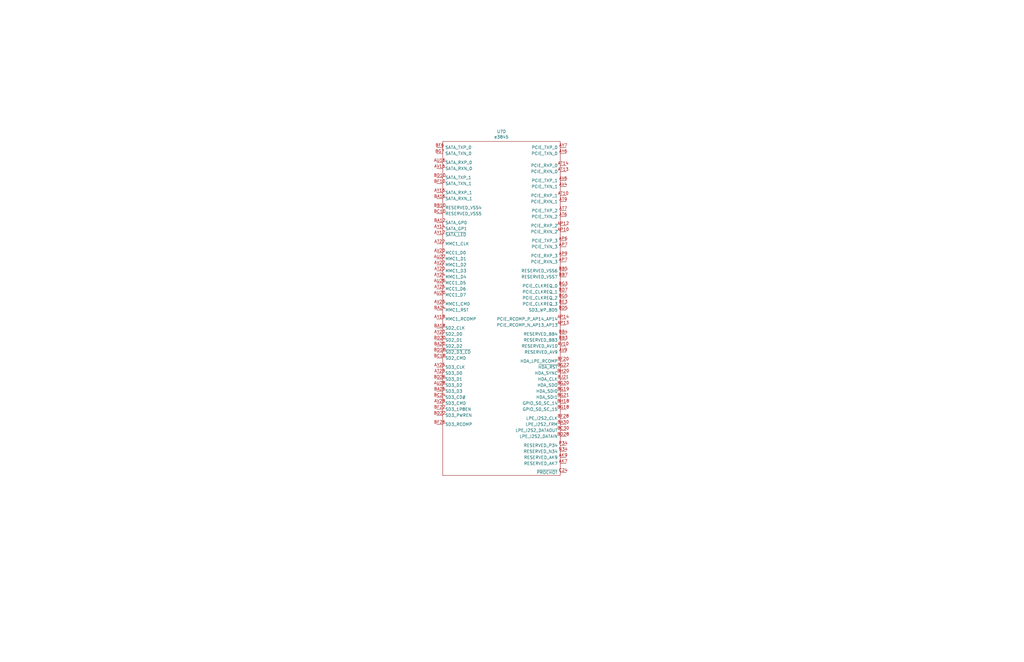
<source format=kicad_sch>
(kicad_sch (version 20231120) (generator "eeschema") (generator_version "8.0")
  (paper "B")
  (lib_symbols
    (symbol "intel_cpu:e3845" (pin_names (offset 1.016))
      (property "Reference" "U" (at 0 -1.27 0))
      (property "Value" "e3845" (at 0 -154.94 0))
      (symbol "e3845_1_1"
        (pin bidirectional line (at 22.86 -39.37 180) (length 2.54) (name "DRAM0_DQ_1313") (number "A33"))
        (pin bidirectional line (at 22.86 -34.29 180) (length 2.54) (name "DRAM0_DQ_1111") (number "A37"))
        (pin bidirectional line (at 22.86 -64.77 180) (length 2.54) (name "DRAM0_DQ_2424") (number "A41"))
        (pin bidirectional line (at 22.86 -69.85 180) (length 2.54) (name "DRAM0_DQ_2626") (number "A45"))
        (pin bidirectional line (at 22.86 -204.47 180) (length 2.54) (name "DRAM0_DQSN_77") (number "AA51"))
        (pin bidirectional line (at 22.86 -123.19 180) (length 2.54) (name "DARM0_DQ_4747") (number "AB40"))
        (pin input line (at -26.67 -148.59 0) (length 2.54) (name "DRAM_CORE_PWROK") (number "AB42"))
        (pin bidirectional line (at 22.86 -140.97 180) (length 2.54) (name "DRAM0_DQ_5454") (number "AB44"))
        (pin bidirectional line (at 22.86 -201.93 180) (length 2.54) (name "DRAM0_DQSP_77") (number "AB52"))
        (pin bidirectional line (at 22.86 -153.67 180) (length 2.54) (name "DRAM0_DQ_5959") (number "AC51"))
        (pin bidirectional line (at 22.86 -151.13 180) (length 2.54) (name "DRAM0_DQ_5858") (number "AC53"))
        (pin output line (at -25.4 -167.64 0) (length 2.54) (name "RESERVED_AD40") (number "AD40"))
        (pin output line (at -25.4 -170.18 0) (length 2.54) (name "RESERVED_AD41") (number "AD41"))
        (pin input line (at -26.67 -146.05 0) (length 2.54) (name "DRAM_VDD_S4_PWROK") (number "AD42"))
        (pin output line (at -25.4 -152.4 0) (length 2.54) (name "DRAM_RCOMP_00") (number "AD44"))
        (pin output line (at -25.4 -157.48 0) (length 2.54) (name "DRAM_RCOMP_22") (number "AD45"))
        (pin bidirectional line (at 22.86 -130.81 180) (length 2.54) (name "DRAM0_DQ_5050") (number "AD48"))
        (pin bidirectional line (at 22.86 -133.35 180) (length 2.54) (name "DRAM0_DQ_5151") (number "AD50"))
        (pin bidirectional line (at 22.86 -161.29 180) (length 2.54) (name "DRAM0_DQ_6262") (number "AD52"))
        (pin output line (at -25.4 -162.56 0) (length 2.54) (name "RESERVED_AF40") (number "AF40"))
        (pin output line (at -25.4 -165.1 0) (length 2.54) (name "RESERVED_AF41") (number "AF41"))
        (pin output line (at -26.67 -140.97 0) (length 2.54) (name "ICLK_DRAM_TERMN_AF42") (number "AF42"))
        (pin input line (at -25.4 -133.35 0) (length 2.54) (name "DRAM_VREF") (number "AF44"))
        (pin output line (at -25.4 -154.94 0) (length 2.54) (name "DRAM_RCOMP_11") (number "AF45"))
        (pin output line (at -26.67 -138.43 0) (length 2.54) (name "ICLK_DRAM_TERM_1") (number "AH42"))
        (pin bidirectional line (at 22.86 -26.67 180) (length 2.54) (name "DRAM0_DQ_88") (number "B32"))
        (pin bidirectional line (at 22.86 -173.99 180) (length 2.54) (name "DRAM0_DQSN_11") (number "B34"))
        (pin output line (at -25.4 -52.07 0) (length 2.54) (name "DRAM0_DM_11") (number "B36"))
        (pin bidirectional line (at 22.86 -44.45 180) (length 2.54) (name "DRAM0_DQ_1515") (number "B38"))
        (pin bidirectional line (at 22.86 -77.47 180) (length 2.54) (name "DRAM0_DQ_2929") (number "B40"))
        (pin output line (at -25.4 -57.15 0) (length 2.54) (name "DRAM0_DM_33") (number "B42"))
        (pin bidirectional line (at 22.86 -181.61 180) (length 2.54) (name "DRAM0_DQSP_33") (number "B44"))
        (pin bidirectional line (at 22.86 -72.39 180) (length 2.54) (name "DRAM0_DQ_2727") (number "B46"))
        (pin bidirectional line (at 22.86 -82.55 180) (length 2.54) (name "DRAM0_DQ_3131") (number "B47"))
        (pin bidirectional line (at 22.86 -80.01 180) (length 2.54) (name "DRAM0_DQ_3030") (number "B48"))
        (pin output line (at -25.4 -41.91 0) (length 2.54) (name "DRAM0_MA_1414") (number "B49"))
        (pin output line (at -25.4 -44.45 0) (length 2.54) (name "DRAM0_MA_1515") (number "B50"))
        (pin bidirectional line (at 22.86 -29.21 180) (length 2.54) (name "DRAM0_DQ09_C32") (number "C32"))
        (pin bidirectional line (at 22.86 -36.83 180) (length 2.54) (name "DRAM0_DQ_1212") (number "C33"))
        (pin bidirectional line (at 22.86 -171.45 180) (length 2.54) (name "DRAM0_DQSP_11") (number "C35"))
        (pin bidirectional line (at 22.86 -31.75 180) (length 2.54) (name "DRAM0_DQ_1010") (number "C36"))
        (pin bidirectional line (at 22.86 -41.91 180) (length 2.54) (name "DRAM0_DQ_1414") (number "C37"))
        (pin bidirectional line (at 22.86 -57.15 180) (length 2.54) (name "DRAM0_DQ_2121") (number "C38"))
        (pin bidirectional line (at 22.86 -74.93 180) (length 2.54) (name "DRAM0_DQ_2828") (number "C40"))
        (pin bidirectional line (at 22.86 -67.31 180) (length 2.54) (name "DRAM0_DQ_2525") (number "C41"))
        (pin bidirectional line (at 22.86 -184.15 180) (length 2.54) (name "DRAM0_DQSN_33") (number "C43"))
        (pin output line (at -25.4 -99.06 0) (length 2.54) (name "DRAM0_CKE_00") (number "C47"))
        (pin bidirectional line (at 22.86 -176.53 180) (length 2.54) (name "DRAM0_DQSP_22") (number "D40"))
        (pin bidirectional line (at 22.86 -62.23 180) (length 2.54) (name "DRAM0_DQ_2323") (number "D42"))
        (pin output line (at -25.4 -101.6 0) (length 2.54) (name "RESERVED_D48") (number "D48"))
        (pin output line (at -25.4 -24.13 0) (length 2.54) (name "DRAM0_MA_77") (number "D50"))
        (pin output line (at -25.4 -87.63 0) (length 2.54) (name "DRAM0_BS_22") (number "D52"))
        (pin output line (at -25.4 -106.68 0) (length 2.54) (name "RESERVED_E46") (number "E46"))
        (pin output line (at -25.4 -34.29 0) (length 2.54) (name "DRAM0_MA_1111") (number "E51"))
        (pin output line (at -25.4 -29.21 0) (length 2.54) (name "DRAM0_MA_99") (number "E52"))
        (pin bidirectional line (at 22.86 -46.99 180) (length 2.54) (name "DRAM0_DQ_1616") (number "F36"))
        (pin output line (at -25.4 -54.61 0) (length 2.54) (name "DRAM0_DM_22") (number "F38"))
        (pin bidirectional line (at 22.86 -179.07 180) (length 2.54) (name "DRAM0_DQSN_22") (number "F40"))
        (pin bidirectional line (at 22.86 -52.07 180) (length 2.54) (name "DRAM0_DQ_1919") (number "F42"))
        (pin output line (at -25.4 -104.14 0) (length 2.54) (name "DRAM0_CKE_22") (number "F44"))
        (pin output line (at -25.4 -36.83 0) (length 2.54) (name "DRAM0_MA_1212") (number "F47"))
        (pin output line (at -25.4 -49.53 0) (length 2.54) (name "DRAM0_DM_00") (number "G36"))
        (pin bidirectional line (at 22.86 -49.53 180) (length 2.54) (name "DRAM0_DQ_1717") (number "G38"))
        (pin bidirectional line (at 22.86 -54.61 180) (length 2.54) (name "DRAM0_DQ_2020") (number "G40"))
        (pin bidirectional line (at 22.86 -59.69 180) (length 2.54) (name "DRAM0_DQ_2222") (number "G44"))
        (pin output line (at -25.4 -26.67 0) (length 2.54) (name "DRAM0_MA_88") (number "G52"))
        (pin output line (at -25.4 -19.05 0) (length 2.54) (name "DRAM0_MA_55") (number "G53"))
        (pin output line (at -25.4 -13.97 0) (length 2.54) (name "DRAM0_MA_33") (number "H44"))
        (pin output line (at -25.4 -8.89 0) (length 2.54) (name "DRAM0_MA_11") (number "H47"))
        (pin output line (at -25.4 -21.59 0) (length 2.54) (name "DRAM0_MA_66") (number "H49"))
        (pin output line (at -25.4 -16.51 0) (length 2.54) (name "DRAM0_MA_44") (number "H50"))
        (pin output line (at -25.4 -77.47 0) (length 2.54) (name "~{DRAM0_WE}") (number "H51"))
        (pin bidirectional line (at 22.86 -8.89 180) (length 2.54) (name "DRAM0_DQ_11") (number "J36"))
        (pin bidirectional line (at 22.86 -166.37 180) (length 2.54) (name "DRAM0_DQSP_00") (number "J38"))
        (pin output line (at -25.4 -39.37 0) (length 2.54) (name "DRAM0_MA_1313") (number "J51"))
        (pin bidirectional line (at 22.86 -168.91 180) (length 2.54) (name "DRAM0_DQSN_00") (number "K38"))
        (pin bidirectional line (at 22.86 -21.59 180) (length 2.54) (name "DRAM0_DQ_66") (number "K40"))
        (pin bidirectional line (at 22.86 -24.13 180) (length 2.54) (name "DRAM0_DQ_77") (number "K42"))
        (pin output line (at -25.4 -85.09 0) (length 2.54) (name "DRAM0_BS_11") (number "K44"))
        (pin output line (at -25.4 -6.35 0) (length 2.54) (name "DRAM0_MA_00") (number "K45"))
        (pin output line (at -25.4 -82.55 0) (length 2.54) (name "DRAM0_BS_00") (number "K47"))
        (pin output line (at -25.4 -31.75 0) (length 2.54) (name "DRAM0_MA_1010") (number "K48"))
        (pin bidirectional line (at 22.86 -87.63 180) (length 2.54) (name "DRAM0_DQ_3333") (number "K51"))
        (pin bidirectional line (at 22.86 -85.09 180) (length 2.54) (name "DRAM0_DQ_3232") (number "K52"))
        (pin output line (at -25.4 -11.43 0) (length 2.54) (name "DRAM0_MA_22") (number "L41"))
        (pin bidirectional line (at 22.86 -95.25 180) (length 2.54) (name "DRAM0_DQ_3636") (number "L51"))
        (pin bidirectional line (at 22.86 -97.79 180) (length 2.54) (name "DRAM0_DQ_3737") (number "L53"))
        (pin bidirectional line (at 22.86 -6.35 180) (length 2.54) (name "DRAM0_DQ_00") (number "M36"))
        (pin bidirectional line (at 22.86 -13.97 180) (length 2.54) (name "DRAM0_DQ_33") (number "M40"))
        (pin output line (at -25.4 -74.93 0) (length 2.54) (name "~{DRAM0_CAS}") (number "M44"))
        (pin output line (at -25.4 -72.39 0) (length 2.54) (name "~{DRAM0_RAS}") (number "M45"))
        (pin output line (at -25.4 -119.38 0) (length 2.54) (name "DRAM0_CKN_0") (number "M48"))
        (pin output line (at -25.4 -116.84 0) (length 2.54) (name "DRAM0_CKP_0") (number "M50"))
        (pin bidirectional line (at 22.86 -189.23 180) (length 2.54) (name "DRAM0_DQSN_44") (number "M52"))
        (pin bidirectional line (at 22.86 -19.05 180) (length 2.54) (name "DRAM0_DQ_55") (number "N36"))
        (pin bidirectional line (at 22.86 -186.69 180) (length 2.54) (name "DRAM0_DQSP_44") (number "N53"))
        (pin bidirectional line (at 22.86 -16.51 180) (length 2.54) (name "DRAM0_DQ_44") (number "P36"))
        (pin bidirectional line (at 22.86 -11.43 180) (length 2.54) (name "DRAM0_DQ_22") (number "P40"))
        (pin output line (at -25.4 -129.54 0) (length 2.54) (name "~{DRAM0_DRAMRST}") (number "P41"))
        (pin output line (at -25.4 -113.03 0) (length 2.54) (name "DRAM0_ODT_2") (number "P42"))
        (pin output line (at -25.4 -92.71 0) (length 2.54) (name "~{DRAM0_CS_0}") (number "P44"))
        (pin output line (at -25.4 -95.25 0) (length 2.54) (name "~{DRAM0_CS_2}") (number "P45"))
        (pin output line (at -25.4 -125.73 0) (length 2.54) (name "DRAM0_CKN_2") (number "P48"))
        (pin output line (at -25.4 -123.19 0) (length 2.54) (name "DRAM0_CKP_2") (number "P50"))
        (pin output line (at -25.4 -59.69 0) (length 2.54) (name "DRAM0_DM_44") (number "P51"))
        (pin bidirectional line (at 22.86 -100.33 180) (length 2.54) (name "DRAM0_DQ_3838") (number "R51"))
        (pin bidirectional line (at 22.86 -102.87 180) (length 2.54) (name "DRAM0_DQ_3939") (number "R53"))
        (pin output line (at -25.4 -110.49 0) (length 2.54) (name "DRAM0_ODT_0") (number "T41"))
        (pin bidirectional line (at 22.86 -191.77 180) (length 2.54) (name "DRAM0_DQSP_55") (number "T42"))
        (pin bidirectional line (at 22.86 -194.31 180) (length 2.54) (name "DRAM0_DQSN_55") (number "T44"))
        (pin bidirectional line (at 22.86 -107.95 180) (length 2.54) (name "DRAM0_DQ_4141") (number "T45"))
        (pin bidirectional line (at 22.86 -105.41 180) (length 2.54) (name "DRAM0_DQ_4040") (number "T47"))
        (pin bidirectional line (at 22.86 -115.57 180) (length 2.54) (name "DRAM0_DQ_4444") (number "T48"))
        (pin bidirectional line (at 22.86 -118.11 180) (length 2.54) (name "DRAM0_DQ_4545") (number "T50"))
        (pin bidirectional line (at 22.86 -92.71 180) (length 2.54) (name "DRAM0_DQ_3535") (number "T51"))
        (pin bidirectional line (at 22.86 -90.17 180) (length 2.54) (name "DRAM0_DQ_3434") (number "T52"))
        (pin bidirectional line (at 22.86 -113.03 180) (length 2.54) (name "DRAM0_DQ_4343") (number "V41"))
        (pin output line (at -25.4 -62.23 0) (length 2.54) (name "DRAM0_DM_55") (number "V42"))
        (pin bidirectional line (at 22.86 -125.73 180) (length 2.54) (name "DRAM0_DQ_4848") (number "V45"))
        (pin bidirectional line (at 22.86 -128.27 180) (length 2.54) (name "DRAM0_DQ_4949") (number "V47"))
        (pin bidirectional line (at 22.86 -135.89 180) (length 2.54) (name "DRAM0_DQ_5252") (number "V48"))
        (pin bidirectional line (at 22.86 -138.43 180) (length 2.54) (name "DRAM0_DQ_5353") (number "V50"))
        (pin bidirectional line (at 22.86 -146.05 180) (length 2.54) (name "DRAM0_DQ_5656") (number "V52"))
        (pin bidirectional line (at 22.86 -148.59 180) (length 2.54) (name "DRAM0_DQ_5757") (number "W51"))
        (pin bidirectional line (at 22.86 -156.21 180) (length 2.54) (name "DRAM0_DQ_6060") (number "W53"))
        (pin bidirectional line (at 22.86 -110.49 180) (length 2.54) (name "DRAM0_DQ_4242") (number "Y40"))
        (pin bidirectional line (at 22.86 -120.65 180) (length 2.54) (name "DRAM0_DQ_4646") (number "Y42"))
        (pin bidirectional line (at 22.86 -143.51 180) (length 2.54) (name "DRAM0_DQ_5555") (number "Y45"))
        (pin bidirectional line (at 22.86 -196.85 180) (length 2.54) (name "DRAM0_DQSP_66") (number "Y47"))
        (pin bidirectional line (at 22.86 -199.39 180) (length 2.54) (name "DRAM0_DQSN_66") (number "Y48"))
        (pin output line (at -25.4 -64.77 0) (length 2.54) (name "DRAM0_DM_66") (number "Y50"))
        (pin bidirectional line (at 22.86 -158.75 180) (length 2.54) (name "DRAM0_DQ_6161") (number "Y51"))
        (pin output line (at -25.4 -67.31 0) (length 2.54) (name "DRAM0_DM_77") (number "Y52"))
      )
      (symbol "e3845_2_1"
        (pin bidirectional line (at 26.67 -133.35 180) (length 2.54) (name "DRAM1_DQ_5050") (number "AF48"))
        (pin bidirectional line (at 26.67 -135.89 180) (length 2.54) (name "DRAM1_DQ_5151") (number "AF50"))
        (pin bidirectional line (at 26.67 -166.37 180) (length 2.54) (name "DRAM1_DQ_6363") (number "AF51"))
        (pin bidirectional line (at 26.67 -163.83 180) (length 2.54) (name "DRAM1_DQ_6262") (number "AF52"))
        (pin bidirectional line (at 26.67 -156.21 180) (length 2.54) (name "DRAM1_DQ_5959") (number "AG51"))
        (pin bidirectional line (at 26.67 -153.67 180) (length 2.54) (name "DRAM1_DQ_5858") (number "AG53"))
        (pin bidirectional line (at 26.67 -125.73 180) (length 2.54) (name "DRAM1_DQ_4747") (number "AH40"))
        (pin bidirectional line (at 26.67 -143.51 180) (length 2.54) (name "DRAM1_DQ_5454") (number "AH44"))
        (pin bidirectional line (at 26.67 -207.01 180) (length 2.54) (name "DRAM1_DQSP_77") (number "AH52"))
        (pin bidirectional line (at 26.67 -209.55 180) (length 2.54) (name "DRAM1_DQSN_77") (number "AJ51"))
        (pin bidirectional line (at 26.67 -113.03 180) (length 2.54) (name "DRAM1_DQ_4242") (number "AK40"))
        (pin bidirectional line (at 26.67 -123.19 180) (length 2.54) (name "DRAM1_DQ_4646") (number "AK42"))
        (pin bidirectional line (at 26.67 -146.05 180) (length 2.54) (name "DRAM1_DQ_5555") (number "AK45"))
        (pin bidirectional line (at 26.67 -201.93 180) (length 2.54) (name "DRAM1_DQSP_66") (number "AK47"))
        (pin bidirectional line (at 26.67 -204.47 180) (length 2.54) (name "DRAM1_DQSN_66") (number "AK48"))
        (pin output line (at -33.02 -64.77 0) (length 2.54) (name "DRAM1_DM_66") (number "AK50"))
        (pin bidirectional line (at 26.67 -161.29 180) (length 2.54) (name "DRAM1_DQ_6161") (number "AK51"))
        (pin output line (at -33.02 -67.31 0) (length 2.54) (name "DRAM1_DM_77") (number "AK52"))
        (pin bidirectional line (at 26.67 -151.13 180) (length 2.54) (name "DRAM1_DQ_5757") (number "AL51"))
        (pin bidirectional line (at 26.67 -158.75 180) (length 2.54) (name "DRAM1_DQ_6060") (number "AL53"))
        (pin bidirectional line (at 26.67 -115.57 180) (length 2.54) (name "DRAM1_DQ_4343") (number "AM41"))
        (pin output line (at -33.02 -62.23 0) (length 2.54) (name "DRAM1_DM_55") (number "AM42"))
        (pin bidirectional line (at 26.67 -128.27 180) (length 2.54) (name "DRAM1_DQ_4848") (number "AM45"))
        (pin bidirectional line (at 26.67 -130.81 180) (length 2.54) (name "DRAM1_DQ_4949") (number "AM47"))
        (pin bidirectional line (at 26.67 -138.43 180) (length 2.54) (name "DRAM1_DQ_5252") (number "AM48"))
        (pin bidirectional line (at 26.67 -140.97 180) (length 2.54) (name "DRAM1_DQ_5353") (number "AM50"))
        (pin bidirectional line (at 26.67 -148.59 180) (length 2.54) (name "DRAM1_DQ_5656") (number "AM52"))
        (pin output line (at -33.02 -110.49 0) (length 2.54) (name "DRAM1_ODT_0") (number "AP41"))
        (pin bidirectional line (at 26.67 -196.85 180) (length 2.54) (name "DRAM1_DQSP_55") (number "AP42"))
        (pin bidirectional line (at 26.67 -199.39 180) (length 2.54) (name "DRAM1_DQSN_55") (number "AP44"))
        (pin bidirectional line (at 26.67 -110.49 180) (length 2.54) (name "DRAM1_DQ_4141") (number "AP45"))
        (pin bidirectional line (at 26.67 -107.95 180) (length 2.54) (name "DRAM1_DQ_4040") (number "AP47"))
        (pin bidirectional line (at 26.67 -118.11 180) (length 2.54) (name "DRAM1_DQ_4444") (number "AP48"))
        (pin bidirectional line (at 26.67 -120.65 180) (length 2.54) (name "DRAM1_DQ_4545") (number "AP50"))
        (pin bidirectional line (at 26.67 -95.25 180) (length 2.54) (name "DRAM1_DQ_3535") (number "AP51"))
        (pin bidirectional line (at 26.67 -92.71 180) (length 2.54) (name "DRAM1_DQ_3434") (number "AP52"))
        (pin bidirectional line (at 26.67 -102.87 180) (length 2.54) (name "DRAM1_DQ_3838") (number "AR51"))
        (pin bidirectional line (at 26.67 -105.41 180) (length 2.54) (name "DRAM1_DQ_3939") (number "AR53"))
        (pin bidirectional line (at 26.67 -49.53 180) (length 2.54) (name "DRAM1_DQ_1717") (number "AT36"))
        (pin bidirectional line (at 26.67 -54.61 180) (length 2.54) (name "DRAM1_DQ_1919") (number "AT40"))
        (pin output line (at -33.02 -129.54 0) (length 2.54) (name "~{DRAM1_DRAMRST}") (number "AT41"))
        (pin output line (at -33.02 -113.03 0) (length 2.54) (name "DRAM1_ODT_2") (number "AT42"))
        (pin output line (at -33.02 -91.44 0) (length 2.54) (name "~{DRAM1_CS_0}") (number "AT44"))
        (pin output line (at -33.02 -95.25 0) (length 2.54) (name "~{DRAM1_CS_2}") (number "AT45"))
        (pin output line (at -33.02 -125.73 0) (length 2.54) (name "DRAM1_CKN_2") (number "AT48"))
        (pin output line (at -33.02 -123.19 0) (length 2.54) (name "DRAM1_CKP_2") (number "AT50"))
        (pin output line (at -33.02 -59.69 0) (length 2.54) (name "DRAM1_DM_44") (number "AT51"))
        (pin bidirectional line (at 26.67 -46.99 180) (length 2.54) (name "DRAM1_DQ_1616") (number "AU36"))
        (pin bidirectional line (at 26.67 -191.77 180) (length 2.54) (name "DRAM1_DQSP_44") (number "AU53"))
        (pin bidirectional line (at 26.67 -59.69 180) (length 2.54) (name "DRAM1_DQ_2121") (number "AV36"))
        (pin bidirectional line (at 26.67 -52.07 180) (length 2.54) (name "DRAM1_DQ_1818") (number "AV40"))
        (pin output line (at -33.02 -74.93 0) (length 2.54) (name "~{DRAM1_CAS}") (number "AV44"))
        (pin output line (at -33.02 -72.39 0) (length 2.54) (name "~{DRAM1_RAS}") (number "AV45"))
        (pin output line (at -33.02 -119.38 0) (length 2.54) (name "DRAM1_CKN_0") (number "AV48"))
        (pin output line (at -33.02 -116.84 0) (length 2.54) (name "DRAM1_CKP_0") (number "AV50"))
        (pin bidirectional line (at 26.67 -194.31 180) (length 2.54) (name "DRAM1_DQSN_44") (number "AV53"))
        (pin output line (at -33.02 -11.43 0) (length 2.54) (name "DRAM1_MA_22") (number "AW41"))
        (pin bidirectional line (at 26.67 -97.79 180) (length 2.54) (name "DRAM1_DQ_3636") (number "AW51"))
        (pin bidirectional line (at 26.67 -100.33 180) (length 2.54) (name "DRAM1_DQ_3737") (number "AW53"))
        (pin bidirectional line (at 26.67 -184.15 180) (length 2.54) (name "DRAM1_DQSN_22") (number "AY38"))
        (pin bidirectional line (at 26.67 -64.77 180) (length 2.54) (name "DRAM1_DQ_2323") (number "AY40"))
        (pin bidirectional line (at 26.67 -62.23 180) (length 2.54) (name "DRAM1_DQ_2222") (number "AY42"))
        (pin output line (at -33.02 -85.09 0) (length 2.54) (name "DRAM1_BS_11") (number "AY44"))
        (pin output line (at -33.02 -6.35 0) (length 2.54) (name "DRAM1_MA_00") (number "AY45"))
        (pin output line (at -33.02 -82.55 0) (length 2.54) (name "DRAM1_BS_00") (number "AY47"))
        (pin output line (at -33.02 -31.75 0) (length 2.54) (name "DRAM1_MA_1010") (number "AY48"))
        (pin bidirectional line (at 26.67 -90.17 180) (length 2.54) (name "DRAM1_DQ_3333") (number "AY51"))
        (pin bidirectional line (at 26.67 -87.63 180) (length 2.54) (name "DRAM1_DQ_3232") (number "AY52"))
        (pin bidirectional line (at 26.67 -57.15 180) (length 2.54) (name "DRAM1_DQ_2020") (number "BA36"))
        (pin bidirectional line (at 26.67 -181.61 180) (length 2.54) (name "DRAM1_DQSP_22") (number "BA38"))
        (pin bidirectional line (at 26.67 -11.43 180) (length 2.54) (name "DRAM1_DQ_22") (number "BA42"))
        (pin output line (at -33.02 -39.37 0) (length 2.54) (name "DRAM1_MA_1313") (number "BA51"))
        (pin output line (at -33.02 -13.97 0) (length 2.54) (name "DRAM1_MA_33") (number "BB44"))
        (pin output line (at -33.02 -8.89 0) (length 2.54) (name "DRAM1_MA_11") (number "BB47"))
        (pin output line (at -33.02 -21.59 0) (length 2.54) (name "DRAM1_MA_66") (number "BB49"))
        (pin output line (at -33.02 -16.51 0) (length 2.54) (name "DRAM1_MA_44") (number "BB50"))
        (pin output line (at -33.02 -77.47 0) (length 2.54) (name "~{DRAM1_WE}") (number "BB51"))
        (pin output line (at -33.02 -54.61 0) (length 2.54) (name "DRAM1_DM_22") (number "BC36"))
        (pin bidirectional line (at 26.67 -16.51 180) (length 2.54) (name "DRAM1_DQ_44") (number "BC38"))
        (pin bidirectional line (at 26.67 -8.89 180) (length 2.54) (name "DRAM1_DQ_11") (number "BC40"))
        (pin bidirectional line (at 26.67 -24.13 180) (length 2.54) (name "DRAM1_DQ_77") (number "BC44"))
        (pin output line (at -33.02 -26.67 0) (length 2.54) (name "DRAM1_MA_88") (number "BC52"))
        (pin output line (at -33.02 -19.05 0) (length 2.54) (name "DRAM1_MA_55") (number "BC53"))
        (pin bidirectional line (at 26.67 -19.05 180) (length 2.54) (name "DRAM1_DQ_55") (number "BD36"))
        (pin output line (at -33.02 -49.53 0) (length 2.54) (name "DRAM1_DM_00") (number "BD38"))
        (pin bidirectional line (at 26.67 -173.99 180) (length 2.54) (name "DRAM1_DQSN_00") (number "BD40"))
        (pin bidirectional line (at 26.67 -13.97 180) (length 2.54) (name "DRAM1_DQ_33") (number "BD42"))
        (pin output line (at -33.02 -104.14 0) (length 2.54) (name "DRAM1_CKE_22") (number "BD44"))
        (pin output line (at -33.02 -36.83 0) (length 2.54) (name "DRAM1_MA_1212") (number "BD47"))
        (pin output line (at -33.02 -101.6 0) (length 2.54) (name "RESERVED_BE46") (number "BE46"))
        (pin output line (at -33.02 -34.29 0) (length 2.54) (name "DRAM1_MA_1111") (number "BE51"))
        (pin output line (at -33.02 -29.21 0) (length 2.54) (name "DRAM1_MA_99") (number "BE52"))
        (pin bidirectional line (at 26.67 -171.45 180) (length 2.54) (name "DRAM1_DQSP_00") (number "BF40"))
        (pin bidirectional line (at 26.67 -21.59 180) (length 2.54) (name "DRAM1_DQ_66") (number "BF42"))
        (pin output line (at -33.02 -106.68 0) (length 2.54) (name "RESERVED_BF48") (number "BF48"))
        (pin output line (at -33.02 -24.13 0) (length 2.54) (name "DRAM1_MA_77") (number "BF50"))
        (pin output line (at -33.02 -87.63 0) (length 2.54) (name "DRAM1_BS_22") (number "BF52"))
        (pin bidirectional line (at 26.67 -29.21 180) (length 2.54) (name "DRAM1_DQ_99") (number "BG32"))
        (pin bidirectional line (at 26.67 -36.83 180) (length 2.54) (name "DRAM1_DQ_1212") (number "BG33"))
        (pin bidirectional line (at 26.67 -176.53 180) (length 2.54) (name "DRAM1_DQSP_11") (number "BG35"))
        (pin bidirectional line (at 26.67 -31.75 180) (length 2.54) (name "DRAM1_DQ_1010") (number "BG36"))
        (pin bidirectional line (at 26.67 -41.91 180) (length 2.54) (name "DRAM1_DQ_1414") (number "BG37"))
        (pin bidirectional line (at 26.67 -6.35 180) (length 2.54) (name "DRAM1_DQ_00") (number "BG38"))
        (pin bidirectional line (at 26.67 -77.47 180) (length 2.54) (name "DRAM1_DQ_2828") (number "BG40"))
        (pin bidirectional line (at 26.67 -69.85 180) (length 2.54) (name "DRAM1_DQ_2525") (number "BG41"))
        (pin bidirectional line (at 26.67 -189.23 180) (length 2.54) (name "DRAM1_DQSN_33") (number "BG43"))
        (pin output line (at -33.02 -99.06 0) (length 2.54) (name "DRAM1_CKE_00") (number "BG47"))
        (pin bidirectional line (at 26.67 -26.67 180) (length 2.54) (name "DRAM1_DQ_88") (number "BH32"))
        (pin bidirectional line (at 26.67 -179.07 180) (length 2.54) (name "DRAM1_DQSN_11") (number "BH34"))
        (pin output line (at -33.02 -52.07 0) (length 2.54) (name "DRAM1_DM_11") (number "BH36"))
        (pin bidirectional line (at 26.67 -44.45 180) (length 2.54) (name "DRAM1_DQ_1515") (number "BH38"))
        (pin bidirectional line (at 26.67 -80.01 180) (length 2.54) (name "DRAM1_DQ_2929") (number "BH40"))
        (pin output line (at -33.02 -57.15 0) (length 2.54) (name "DRAM1_DM_33") (number "BH42"))
        (pin bidirectional line (at 26.67 -186.69 180) (length 2.54) (name "DRAM1_DQSP_33") (number "BH44"))
        (pin bidirectional line (at 26.67 -74.93 180) (length 2.54) (name "DRAM1_DQ_2727") (number "BH46"))
        (pin bidirectional line (at 26.67 -85.09 180) (length 2.54) (name "DRAM1_DQ_3131") (number "BH47"))
        (pin bidirectional line (at 26.67 -82.55 180) (length 2.54) (name "DRAM1_DQ_3030") (number "BH48"))
        (pin output line (at -33.02 -41.91 0) (length 2.54) (name "DRAM1_MA_1414") (number "BH49"))
        (pin output line (at -33.02 -44.45 0) (length 2.54) (name "DRAM1_MA_1515") (number "BH50"))
        (pin bidirectional line (at 26.67 -39.37 180) (length 2.54) (name "DRAM1_DQ_1313") (number "BJ33"))
        (pin bidirectional line (at 26.67 -34.29 180) (length 2.54) (name "DRAM1_DQ_1111") (number "BJ37"))
        (pin bidirectional line (at 26.67 -67.31 180) (length 2.54) (name "DRAM1_DQ_2424") (number "BJ41"))
        (pin bidirectional line (at 26.67 -72.39 180) (length 2.54) (name "DRAM1_DQ_2626") (number "BJ45"))
      )
      (symbol "e3845_3_1"
        (pin input line (at -25.4 -120.65 0) (length 2.54) (name "RESERVED_A29") (number "A29"))
        (pin input line (at 26.67 -102.87 180) (length 2.54) (name "RESERVED_AB12") (number "AB12"))
        (pin input line (at 26.67 -100.33 180) (length 2.54) (name "RESERVED_AB13") (number "AB13"))
        (pin input line (at -25.4 -125.73 0) (length 2.54) (name "RESERVED_AB14") (number "AB14"))
        (pin input line (at -25.4 -77.47 0) (length 2.54) (name "RESERVED_AB2") (number "AB2"))
        (pin input line (at -25.4 -74.93 0) (length 2.54) (name "RESERVED_AB3") (number "AB3"))
        (pin input line (at -25.4 -107.95 0) (length 2.54) (name "RESERVED_AB7") (number "AB7"))
        (pin input line (at -25.4 -105.41 0) (length 2.54) (name "RESERVED_AB9") (number "AB9"))
        (pin output line (at 26.67 -22.86 180) (length 2.54) (name "DDI1_TXN_3") (number "AC1"))
        (pin output line (at 26.67 -20.32 180) (length 2.54) (name "DDI1_TXP_3") (number "AC3"))
        (pin output line (at 26.67 -17.78 180) (length 2.54) (name "DDI1_TXN_2") (number "AD2"))
        (pin output line (at 26.67 -15.24 180) (length 2.54) (name "DDI1_TXP_2") (number "AD3"))
        (pin input line (at -25.4 -102.87 0) (length 2.54) (name "RESERVED_AD4") (number "AD4"))
        (pin input line (at -25.4 -100.33 0) (length 2.54) (name "RESERVED_AD6") (number "AD6"))
        (pin input line (at 26.67 -59.69 180) (length 2.54) (name "RESERVED_AF13") (number "AF13"))
        (pin input line (at 26.67 -57.15 180) (length 2.54) (name "RESERVED_AF14") (number "AF14"))
        (pin output line (at 26.67 -12.7 180) (length 2.54) (name "DDI1_TXN_1") (number "AF2"))
        (pin output line (at 26.67 -10.16 180) (length 2.54) (name "DDI1_TXP_1") (number "AF3"))
        (pin output line (at 26.67 -7.62 180) (length 2.54) (name "DDI1_TXN_0") (number "AG1"))
        (pin output line (at 26.67 -5.08 180) (length 2.54) (name "DDI1_TXP_0") (number "AG3"))
        (pin input line (at 26.67 -54.61 180) (length 2.54) (name "RESERVED_AH13") (number "AH13"))
        (pin input line (at 26.67 -52.07 180) (length 2.54) (name "RESERVED_AH14") (number "AH14"))
        (pin input line (at 26.67 -64.77 180) (length 2.54) (name "RESERVED_VSS3") (number "AH2"))
        (pin input line (at 26.67 -62.23 180) (length 2.54) (name "RESERVED_VSS2") (number "AH3"))
        (pin input line (at -25.4 -54.61 0) (length 2.54) (name "DDI0_RCOMP_P") (number "AK12"))
        (pin input line (at -25.4 -52.07 0) (length 2.54) (name "~{DDI0_RCOMP}") (number "AK13"))
        (pin bidirectional line (at 26.67 -29.21 180) (length 2.54) (name "DDI1_AUXN") (number "AK2"))
        (pin bidirectional line (at 26.67 -26.67 180) (length 2.54) (name "DDI1_AUXP") (number "AK3"))
        (pin bidirectional line (at -25.4 -29.21 0) (length 2.54) (name "DDI0_AUXN") (number "AL1"))
        (pin bidirectional line (at -25.4 -26.67 0) (length 2.54) (name "DDI0_AUXP") (number "AL3"))
        (pin input line (at -25.4 -59.69 0) (length 2.54) (name "RESERVED_AM13") (number "AM13"))
        (pin input line (at -25.4 -57.15 0) (length 2.54) (name "RESERVED_AM14") (number "AM14"))
        (pin input line (at -25.4 -64.77 0) (length 2.54) (name "RESERVED_VSS1") (number "AM2"))
        (pin input line (at -25.4 -62.23 0) (length 2.54) (name "RESERVED_VSS0") (number "AM3"))
        (pin output line (at -25.4 -22.86 0) (length 2.54) (name "DDI0_TXN_3") (number "AP2"))
        (pin output line (at -25.4 -20.32 0) (length 2.54) (name "DDI0_TXP_3") (number "AP3"))
        (pin output line (at -25.4 -17.78 0) (length 2.54) (name "DDI0_TXN_2") (number "AR1"))
        (pin output line (at -25.4 -15.24 0) (length 2.54) (name "DDI0_TXP_2") (number "AR3"))
        (pin output line (at -25.4 -10.16 0) (length 2.54) (name "DDI0_TXP_1") (number "AT2"))
        (pin output line (at -25.4 -12.7 0) (length 2.54) (name "DDI0_TXN_1") (number "AT3"))
        (pin output line (at -25.4 -7.62 0) (length 2.54) (name "DDI0_TXN_0") (number "AV2"))
        (pin output line (at -25.4 -5.08 0) (length 2.54) (name "DDI0_TXP_0") (number "AV3"))
        (pin input line (at 26.67 -76.2 180) (length 2.54) (name "VGA_IREF") (number "AW1"))
        (pin output line (at 26.67 -71.12 180) (length 2.54) (name "VGA_BLUE") (number "AY2"))
        (pin input line (at 26.67 -78.74 180) (length 2.54) (name "VGA_IRTN") (number "AY3"))
        (pin output line (at -25.4 -48.26 0) (length 2.54) (name "DDI0_BKLTCTL") (number "B26"))
        (pin output line (at -25.4 -43.18 0) (length 2.54) (name "DDI0_VDDEN") (number "B28"))
        (pin input line (at -25.4 -128.27 0) (length 2.54) (name "GPIO_S0_NC12") (number "B30"))
        (pin output line (at 26.67 -73.66 180) (length 2.54) (name "VGA_GREEN") (number "BA1"))
        (pin output line (at 26.67 -68.58 180) (length 2.54) (name "VGA_RED") (number "BA3"))
        (pin bidirectional line (at 26.67 -88.9 180) (length 2.54) (name "VGA_DDCCLK") (number "BC1"))
        (pin bidirectional line (at 26.67 -91.44 180) (length 2.54) (name "VGA_DDCDATA") (number "BC2"))
        (pin output line (at 26.67 -82.55 180) (length 2.54) (name "VGA_HSYNC") (number "BD2"))
        (pin output line (at 26.67 -85.09 180) (length 2.54) (name "VGA_VSYNC") (number "BF2"))
        (pin bidirectional line (at -25.4 -36.83 0) (length 2.54) (name "DDI0_DDCDATA") (number "C26"))
        (pin output line (at -25.4 -45.72 0) (length 2.54) (name "DDI0_BKLTEN") (number "C27"))
        (pin input line (at -25.4 -39.37 0) (length 2.54) (name "DDI0_DDCCLK") (number "C28"))
        (pin input line (at -25.4 -123.19 0) (length 2.54) (name "RESERVED_C29") (number "C29"))
        (pin input line (at -25.4 -130.81 0) (length 2.54) (name "RESERVED_C30") (number "C30"))
        (pin input line (at -25.4 -33.02 0) (length 2.54) (name "DDI0_HPD") (number "D27"))
        (pin input line (at 26.67 -162.56 180) (length 2.54) (name "RESERVED_D28") (number "D28"))
        (pin input line (at 26.67 -142.24 180) (length 2.54) (name "RESERVED_D32") (number "D32"))
        (pin input line (at 26.67 -157.48 180) (length 2.54) (name "RESERVED_D34") (number "D34"))
        (pin input line (at 26.67 -152.4 180) (length 2.54) (name "RESERVED_F28") (number "F28"))
        (pin input line (at 26.67 -154.94 180) (length 2.54) (name "RESERVED_F32") (number "F32"))
        (pin input line (at 26.67 -167.64 180) (length 2.54) (name "RESERVED_F34") (number "F34"))
        (pin bidirectional line (at 26.67 -39.37 180) (length 2.54) (name "DDI1_DDCCLK") (number "G30"))
        (pin input line (at 26.67 -160.02 180) (length 2.54) (name "RESERVED_J28") (number "J28"))
        (pin output line (at 26.67 -45.72 180) (length 2.54) (name "DDI1_BKLTEN") (number "J30"))
        (pin input line (at 26.67 -147.32 180) (length 2.54) (name "RESERVED_J34") (number "J34"))
        (pin input line (at 26.67 -149.86 180) (length 2.54) (name "RESERVED_K28") (number "K28"))
        (pin input line (at 26.67 -33.02 180) (length 2.54) (name "DDI1_HPD") (number "K30"))
        (pin input line (at 26.67 -139.7 180) (length 2.54) (name "RESERVED_K34") (number "K34"))
        (pin output line (at 26.67 -48.26 180) (length 2.54) (name "DDI1_BKLTCTL") (number "M30"))
        (pin input line (at 26.67 -165.1 180) (length 2.54) (name "RESERVED_M32") (number "M32"))
        (pin output line (at 26.67 -43.18 180) (length 2.54) (name "DDI1_VDDEN") (number "N30"))
        (pin input line (at 26.67 -144.78 180) (length 2.54) (name "RESERVED_N32") (number "N32"))
        (pin input line (at 26.67 -135.89 180) (length 2.54) (name "RESERVED_P14") (number "P14"))
        (pin bidirectional line (at 26.67 -36.83 180) (length 2.54) (name "DDI1_DDCDATA") (number "P30"))
        (pin input line (at -25.4 -97.79 0) (length 2.54) (name "RESERVED_R1") (number "R1"))
        (pin input line (at -25.4 -95.25 0) (length 2.54) (name "RESERVED_R3") (number "R3"))
        (pin input line (at 26.67 -118.11 180) (length 2.54) (name "RESERVED_T10") (number "T10"))
        (pin input line (at 26.67 -115.57 180) (length 2.54) (name "RESERVED_T12") (number "T12"))
        (pin input line (at 26.67 -128.27 180) (length 2.54) (name "RESERVED_T13") (number "T13"))
        (pin input line (at 26.67 -125.73 180) (length 2.54) (name "RESERVED_T14") (number "T14"))
        (pin input line (at -25.4 -69.85 0) (length 2.54) (name "RESERVED_T2") (number "T2"))
        (pin input line (at -25.4 -72.39 0) (length 2.54) (name "RESERVED_T3") (number "T3"))
        (pin input line (at 26.67 -133.35 180) (length 2.54) (name "RESERVED_T4") (number "T4"))
        (pin input line (at 26.67 -130.81 180) (length 2.54) (name "RESERVED_T6") (number "T6"))
        (pin input line (at 26.67 -95.25 180) (length 2.54) (name "RESERVED_T7") (number "T7"))
        (pin input line (at 26.67 -97.79 180) (length 2.54) (name "RESERVED_T9") (number "T9"))
        (pin input line (at 26.67 -110.49 180) (length 2.54) (name "RESERVED_V10") (number "V10"))
        (pin input line (at 26.67 -123.19 180) (length 2.54) (name "RESERVED_V13") (number "V13"))
        (pin input line (at 26.67 -120.65 180) (length 2.54) (name "RESERVED_V14") (number "V14"))
        (pin input line (at -25.4 -90.17 0) (length 2.54) (name "RESERVED_V2") (number "V2"))
        (pin input line (at -25.4 -92.71 0) (length 2.54) (name "RESERVED_V3") (number "V3"))
        (pin input line (at -25.4 -115.57 0) (length 2.54) (name "RESERVED_V4") (number "V4"))
        (pin input line (at -25.4 -118.11 0) (length 2.54) (name "RESERVED_V6") (number "V6"))
        (pin input line (at 26.67 -113.03 180) (length 2.54) (name "RESERVED_V9") (number "V9"))
        (pin input line (at -25.4 -87.63 0) (length 2.54) (name "RESERVED_W1") (number "W1"))
        (pin input line (at -25.4 -85.09 0) (length 2.54) (name "RESERVED_W3") (number "W3"))
        (pin input line (at 26.67 -105.41 180) (length 2.54) (name "RESERVED_Y12") (number "Y12"))
        (pin input line (at 26.67 -107.95 180) (length 2.54) (name "RESERVED_Y13") (number "Y13"))
        (pin input line (at -25.4 -82.55 0) (length 2.54) (name "RESERVED_Y2") (number "Y2"))
        (pin input line (at -25.4 -80.01 0) (length 2.54) (name "RESERVED_Y3") (number "Y3"))
        (pin input line (at -25.4 -110.49 0) (length 2.54) (name "RESERVED_Y4") (number "Y4"))
        (pin input line (at -25.4 -113.03 0) (length 2.54) (name "RESERVED_Y6") (number "Y6"))
      )
      (symbol "e3845_4_1"
        (pin input line (at 29.21 -142.24 180) (length 2.54) (name "RESERVED_AK7") (number "AK7"))
        (pin input line (at 29.21 -139.7 180) (length 2.54) (name "RESERVED_AK9") (number "AK9"))
        (pin input line (at 29.21 -44.45 180) (length 2.54) (name "PCIE_RXN_2") (number "AP10"))
        (pin input line (at 29.21 -41.91 180) (length 2.54) (name "PCIE_RXP_2") (number "AP12"))
        (pin input line (at 29.21 -83.82 180) (length 2.54) (name "PCIE_RCOMP_N_AP13_AP13") (number "AP13"))
        (pin input line (at 29.21 -81.28 180) (length 2.54) (name "PCIE_RCOMP_P_AP14_AP14") (number "AP14"))
        (pin output line (at 29.21 -48.26 180) (length 2.54) (name "PCIE_TXP_3") (number "AP6"))
        (pin input line (at 29.21 -57.15 180) (length 2.54) (name "PCIE_RXN_3") (number "AP7"))
        (pin output line (at 29.21 -50.8 180) (length 2.54) (name "PCIE_TXN_3") (number "AP7"))
        (pin input line (at 29.21 -54.61 180) (length 2.54) (name "PCIE_RXP_3") (number "AP9"))
        (pin input line (at 29.21 -29.21 180) (length 2.54) (name "PCIE_RXP_1") (number "AT10"))
        (pin input line (at 29.21 -19.05 180) (length 2.54) (name "PCIE_RXN_0") (number "AT13"))
        (pin input line (at 29.21 -16.51 180) (length 2.54) (name "PCIE_RXP_0") (number "AT14"))
        (pin bidirectional line (at -25.4 -60.96 0) (length 2.54) (name "MMC1_D3") (number "AT20"))
        (pin output line (at -25.4 -49.53 0) (length 2.54) (name "MMC1_CLK") (number "AT22"))
        (pin bidirectional line (at -25.4 -68.58 0) (length 2.54) (name "MCC1_D6") (number "AT26"))
        (pin bidirectional line (at -25.4 -104.14 0) (length 2.54) (name "SD3_D0") (number "AT28"))
        (pin output line (at 29.21 -38.1 180) (length 2.54) (name "PCIE_TXN_2") (number "AT6"))
        (pin output line (at 29.21 -35.56 180) (length 2.54) (name "PCIE_TXP_2") (number "AT7"))
        (pin input line (at 29.21 -31.75 180) (length 2.54) (name "PCIE_RXN_1") (number "AT9"))
        (pin input line (at -25.4 -15.24 0) (length 2.54) (name "SATA_RXP_0") (number "AU16"))
        (pin bidirectional line (at -25.4 -71.12 0) (length 2.54) (name "MCC1_D7") (number "AU20"))
        (pin bidirectional line (at -25.4 -55.88 0) (length 2.54) (name "MMC1_D1") (number "AU22"))
        (pin bidirectional line (at -25.4 -66.04 0) (length 2.54) (name "MCC1_D5") (number "AU26"))
        (pin bidirectional line (at -25.4 -109.22 0) (length 2.54) (name "SD3_D2") (number "AU28"))
        (pin input line (at 29.21 -92.71 180) (length 2.54) (name "RESERVED_AV10") (number "AV10"))
        (pin input line (at -25.4 -17.78 0) (length 2.54) (name "SATA_RXN_0") (number "AV16"))
        (pin bidirectional line (at -25.4 -53.34 0) (length 2.54) (name "MCC1_D0") (number "AV20"))
        (pin bidirectional line (at -25.4 -58.42 0) (length 2.54) (name "MMC1_D2") (number "AV22"))
        (pin bidirectional line (at -25.4 -74.93 0) (length 2.54) (name "MMC1_CMD") (number "AV26"))
        (pin bidirectional line (at -25.4 -116.84 0) (length 2.54) (name "SD3_CMD") (number "AV28"))
        (pin output line (at 29.21 -25.4 180) (length 2.54) (name "PCIE_TXN_1") (number "AV4"))
        (pin output line (at 29.21 -22.86 180) (length 2.54) (name "PCIE_TXP_1") (number "AV6"))
        (pin input line (at 29.21 -95.25 180) (length 2.54) (name "RESERVED_AV9") (number "AV9"))
        (pin output line (at -25.4 -45.72 0) (length 2.54) (name "~{SATA_LED}") (number "AY12"))
        (pin input line (at -25.4 -43.18 0) (length 2.54) (name "SATA_GP1") (number "AY14"))
        (pin input line (at -25.4 -27.94 0) (length 2.54) (name "SATA_RXP_1") (number "AY16"))
        (pin output line (at -25.4 -81.28 0) (length 2.54) (name "MMC1_RCOMP") (number "AY18"))
        (pin bidirectional line (at -25.4 -87.63 0) (length 2.54) (name "SD2_D0") (number "AY20"))
        (pin bidirectional line (at -25.4 -63.5 0) (length 2.54) (name "MMC1_D4") (number "AY24"))
        (pin output line (at -25.4 -101.6 0) (length 2.54) (name "SD3_CLK") (number "AY26"))
        (pin output line (at 29.21 -11.43 180) (length 2.54) (name "PCIE_TXN_0") (number "AY6"))
        (pin output line (at 29.21 -8.89 180) (length 2.54) (name "PCIE_TXP_0") (number "AY7"))
        (pin input line (at -25.4 -40.64 0) (length 2.54) (name "SATA_GP0") (number "BA12"))
        (pin input line (at -25.4 -30.48 0) (length 2.54) (name "SATA_RXN_1") (number "BA16"))
        (pin output line (at -25.4 -85.09 0) (length 2.54) (name "SD2_CLK") (number "BA18"))
        (pin bidirectional line (at -25.4 -92.71 0) (length 2.54) (name "SD2_D2") (number "BA20"))
        (pin output line (at -25.4 -77.47 0) (length 2.54) (name "MMC1_RST") (number "BA24"))
        (pin bidirectional line (at -25.4 -111.76 0) (length 2.54) (name "SD3_D3") (number "BA26"))
        (pin output line (at 29.21 -125.73 180) (length 2.54) (name "LPE_I2S2_FRM") (number "BA30"))
        (pin input line (at -25.4 -34.29 0) (length 2.54) (name "RESERVED_VSS4") (number "BB10"))
        (pin input line (at 29.21 -90.17 180) (length 2.54) (name "RESERVED_BB3") (number "BB3"))
        (pin input line (at 29.21 -87.63 180) (length 2.54) (name "RESERVED_BB4") (number "BB4"))
        (pin output line (at 29.21 -60.96 180) (length 2.54) (name "RESERVED_VSS6") (number "BB5"))
        (pin output line (at 29.21 -63.5 180) (length 2.54) (name "RESERVED_VSS7") (number "BB7"))
        (pin input line (at -25.4 -36.83 0) (length 2.54) (name "RESERVED_VSS5") (number "BC10"))
        (pin bidirectional line (at -25.4 -97.79 0) (length 2.54) (name "SD2_CMD") (number "BC18"))
        (pin input line (at -25.4 -114.3 0) (length 2.54) (name "SD3_CD#") (number "BC24"))
        (pin output line (at 29.21 -128.27 180) (length 2.54) (name "LPE_I2S2_DATAOUT") (number "BC30"))
        (pin output line (at -25.4 -21.59 0) (length 2.54) (name "SATA_TXP_1") (number "BD10"))
        (pin bidirectional line (at -25.4 -95.25 0) (length 2.54) (name "~{SD2_D3_CD}") (number "BD18"))
        (pin bidirectional line (at -25.4 -90.17 0) (length 2.54) (name "SD2_D1") (number "BD20"))
        (pin output line (at -25.4 -121.92 0) (length 2.54) (name "SD3_PWREN") (number "BD22"))
        (pin bidirectional line (at -25.4 -106.68 0) (length 2.54) (name "SD3_D1") (number "BD26"))
        (pin input line (at 29.21 -130.81 180) (length 2.54) (name "LPE_I2S2_DATAIN") (number "BD28"))
        (pin input line (at 29.21 -77.47 180) (length 2.54) (name "SD3_WP_BD5") (number "BD5"))
        (pin input line (at 29.21 -69.85 180) (length 2.54) (name "PCIE_CLKREQ_1") (number "BD7"))
        (pin input line (at 29.21 -74.93 180) (length 2.54) (name "PCIE_CLKREQ_3") (number "BE3"))
        (pin output line (at -25.4 -24.13 0) (length 2.54) (name "SATA_TXN_1") (number "BF10"))
        (pin input line (at 29.21 -99.06 180) (length 2.54) (name "HDA_LPE_RCOMP") (number "BF20"))
        (pin output line (at -25.4 -119.38 0) (length 2.54) (name "SD3_1P8EN") (number "BF22"))
        (pin output line (at -25.4 -125.73 0) (length 2.54) (name "SD3_RCOMP") (number "BF26"))
        (pin input line (at 29.21 -123.19 180) (length 2.54) (name "LPE_I2S2_CLK") (number "BF28"))
        (pin output line (at -25.4 -8.89 0) (length 2.54) (name "SATA_TXP_0") (number "BF6"))
        (pin bidirectional line (at 29.21 -119.38 180) (length 2.54) (name "GPIO_S0_SC_15") (number "BG18"))
        (pin input line (at 29.21 -111.76 180) (length 2.54) (name "HDA_SDI0") (number "BG19"))
        (pin input line (at 29.21 -109.22 180) (length 2.54) (name "HDA_SDO") (number "BG20"))
        (pin input line (at 29.21 -114.3 180) (length 2.54) (name "HDA_SDI1") (number "BG21"))
        (pin input line (at 29.21 -101.6 180) (length 2.54) (name "~{HDA_RST}") (number "BG22"))
        (pin input line (at 29.21 -67.31 180) (length 2.54) (name "PCIE_CLKREQ_0") (number "BG3"))
        (pin input line (at 29.21 -72.39 180) (length 2.54) (name "PCIE_CLKREQ_2") (number "BG5"))
        (pin output line (at -25.4 -11.43 0) (length 2.54) (name "SATA_TXN_0") (number "BG7"))
        (pin bidirectional line (at 29.21 -116.84 180) (length 2.54) (name "GPIO_S0_SC_14") (number "BH18"))
        (pin input line (at 29.21 -104.14 180) (length 2.54) (name "HDA_SYNC") (number "BH20"))
        (pin input line (at 29.21 -106.68 180) (length 2.54) (name "HDA_CLK") (number "BJ21"))
        (pin input line (at 29.21 -146.05 180) (length 2.54) (name "~{PROCHOT}") (number "C24"))
        (pin input line (at 29.21 -137.16 180) (length 2.54) (name "RESERVED_N34") (number "N34"))
        (pin input line (at 29.21 -134.62 180) (length 2.54) (name "RESERVED_P34") (number "P34"))
      )
      (symbol "e3845_5_1"
        (pin bidirectional line (at -27.94 -134.62 0) (length 2.54) (name "GPIO_S5_9") (number "A13"))
        (pin bidirectional line (at -27.94 -120.65 0) (length 2.54) (name "GPIO_S5_3") (number "A17"))
        (pin output line (at -27.94 -106.68 0) (length 2.54) (name "PCU_SPI_MOSI") (number "A21"))
        (pin bidirectional line (at 27.94 -93.98 180) (length 2.54) (name "SVID_DATA") (number "A25"))
        (pin output line (at 27.94 -83.82 180) (length 2.54) (name "ILB_RTC_X2") (number "A9"))
        (pin input line (at -27.94 -24.13 0) (length 2.54) (name "RESERVED_AD10") (number "AD10"))
        (pin input line (at -27.94 -26.67 0) (length 2.54) (name "RESERVED_AD12") (number "AD12"))
        (pin input line (at -27.94 -20.32 0) (length 2.54) (name "ICLK_RCOMP") (number "AD13"))
        (pin input line (at -27.94 -17.78 0) (length 2.54) (name "ICLK_ICOMP") (number "AD14"))
        (pin input line (at -27.94 -13.97 0) (length 2.54) (name "RESERVED_AD9") (number "AD9"))
        (pin output line (at -27.94 -33.02 0) (length 2.54) (name "PCIE_CLKP_00") (number "AF4"))
        (pin output line (at -27.94 -30.48 0) (length 2.54) (name "PCIE_CLKN_00") (number "AF6"))
        (pin output line (at -27.94 -38.1 0) (length 2.54) (name "PCIE_CLKP_11") (number "AF7"))
        (pin output line (at -27.94 -35.56 0) (length 2.54) (name "PCIE_CLKN_11") (number "AF9"))
        (pin output line (at -27.94 -10.16 0) (length 2.54) (name "ICLK_OSCOUT") (number "AH10"))
        (pin input line (at -27.94 -7.62 0) (length 2.54) (name "ICLK_OSCIN") (number "AH12"))
        (pin output line (at -27.94 -40.64 0) (length 2.54) (name "PCIE_CLKN_22") (number "AK4"))
        (pin output line (at -27.94 -43.18 0) (length 2.54) (name "PCIE_CLKP_22") (number "AK6"))
        (pin input line (at -27.94 -52.07 0) (length 2.54) (name "RESERVED_AM10") (number "AM10"))
        (pin output line (at -27.94 -45.72 0) (length 2.54) (name "PCIE_CLKN_33") (number "AM4"))
        (pin output line (at -27.94 -48.26 0) (length 2.54) (name "PCIE_CLKP_33") (number "AM6"))
        (pin input line (at -27.94 -54.61 0) (length 2.54) (name "RESERVED_AM9") (number "AM9"))
        (pin output line (at 27.94 -102.87 180) (length 2.54) (name "SIO_PWM_11") (number "AT32"))
        (pin input line (at -27.94 -95.25 0) (length 2.54) (name "RESERVED_AT34") (number "AT34"))
        (pin output line (at 27.94 -100.33 180) (length 2.54) (name "SIO_PWM_00") (number "AU32"))
        (pin input line (at 27.94 -7.62 180) (length 2.54) (name "SIO_UART1_RXD") (number "AU34"))
        (pin output line (at 27.94 -132.08 180) (length 2.54) (name "~{SIO_SPI_CS}") (number "AV32"))
        (pin output line (at 27.94 -10.16 180) (length 2.54) (name "SIO_UART1_TXD") (number "AV34"))
        (pin output line (at 27.94 -137.16 180) (length 2.54) (name "SIO_SPI_MOSI") (number "AY28"))
        (pin output line (at 27.94 -139.7 180) (length 2.54) (name "SIO_SPI_CLK") (number "AY30"))
        (pin input line (at 27.94 -15.24 180) (length 2.54) (name "~{SIO_UART1_CTS}") (number "AY34"))
        (pin input line (at 27.94 -73.66 180) (length 2.54) (name "~{PMC_RSMRST}") (number "B10"))
        (pin bidirectional line (at -27.94 -115.57 0) (length 2.54) (name "GPIO_S5_1") (number "B16"))
        (pin bidirectional line (at -27.94 -113.03 0) (length 2.54) (name "GPIO_S5_0") (number "B18"))
        (pin input line (at -27.94 -104.14 0) (length 2.54) (name "PCU_SPI_MISO") (number "B22"))
        (pin bidirectional line (at 27.94 -91.44 180) (length 2.54) (name "~{SVID_ALERT}") (number "B24"))
        (pin input line (at 27.94 -76.2 180) (length 2.54) (name "PMC_CORE_PWROK") (number "B7"))
        (pin output line (at 27.94 -86.36 180) (length 2.54) (name "ILB_RTC_EXTPAD") (number "B8"))
        (pin input line (at 27.94 -134.62 180) (length 2.54) (name "SIO_SPI_MISO") (number "BA28"))
        (pin output line (at 27.94 -12.7 180) (length 2.54) (name "~{SIO_UART1_RTS}") (number "BA34"))
        (pin output line (at 27.94 -24.13 180) (length 2.54) (name "~{SIO_UART2_RTS}") (number "BD32"))
        (pin output line (at 27.94 -21.59 180) (length 2.54) (name "SIO_UART2_TXD") (number "BD34"))
        (pin input line (at 27.94 -26.67 180) (length 2.54) (name "~{SIO_UART2_CTS}") (number "BF32"))
        (pin input line (at 27.94 -19.05 180) (length 2.54) (name "SIO_UART2_RXD") (number "BF34"))
        (pin input line (at 27.94 -55.88 180) (length 2.54) (name "~{PMC_RSTBTN}") (number "BG9"))
        (pin output line (at -27.94 -63.5 0) (length 2.54) (name "PCM_PLT_CLK_22") (number "BH4"))
        (pin output line (at -27.94 -60.96 0) (length 2.54) (name "PCM_PLT_CLK_11") (number "BH5"))
        (pin output line (at -27.94 -68.58 0) (length 2.54) (name "PCM_PLT_CLK_44") (number "BH6"))
        (pin output line (at -27.94 -58.42 0) (length 2.54) (name "PCM_PLT_CLK_00") (number "BH7"))
        (pin output line (at -27.94 -66.04 0) (length 2.54) (name "PCM_PLT_CLK_33") (number "BH8"))
        (pin output line (at -27.94 -71.12 0) (length 2.54) (name "PCM_PLT_CLK_55") (number "BJ9"))
        (pin input line (at 27.94 -68.58 180) (length 2.54) (name "~{ILB_RTC_TEST}") (number "C11"))
        (pin input line (at -27.94 -73.66 0) (length 2.54) (name "~{ILB_RTC_RST}") (number "C12"))
        (pin bidirectional line (at -27.94 -132.08 0) (length 2.54) (name "GPIO_S5_8") (number "C13"))
        (pin bidirectional line (at -27.94 -128.27 0) (length 2.54) (name "GPIO_S5_7") (number "C15"))
        (pin bidirectional line (at -27.94 -125.73 0) (length 2.54) (name "GPIO_S5_5") (number "C16"))
        (pin bidirectional line (at -27.94 -123.19 0) (length 2.54) (name "GPIO_S5_4") (number "C17"))
        (pin bidirectional line (at -27.94 -118.11 0) (length 2.54) (name "GPIO_S5_2") (number "C18"))
        (pin bidirectional line (at -27.94 -137.16 0) (length 2.54) (name "GPIO_S5_10") (number "C19"))
        (pin output line (at -27.94 -101.6 0) (length 2.54) (name "~{PCU_SPI_CS_11}") (number "C21"))
        (pin output line (at -27.94 -109.22 0) (length 2.54) (name "PCU_SPI_CLK") (number "C22"))
        (pin output line (at -27.94 -99.06 0) (length 2.54) (name "~{PCU_SPI_CS_00}") (number "C23"))
        (pin bidirectional line (at 27.94 -96.52 180) (length 2.54) (name "SVID_CLK") (number "C25"))
        (pin input line (at 27.94 -81.28 180) (length 2.54) (name "ILB_RTC_X1") (number "C9"))
        (pin input line (at -27.94 -77.47 0) (length 2.54) (name "TAP_TCK") (number "D14"))
        (pin output line (at -27.94 -90.17 0) (length 2.54) (name "~{TAP_PRDY}") (number "D18"))
        (pin input line (at 27.94 -45.72 180) (length 2.54) (name "PMC_ACPRESENT") (number "D20"))
        (pin output line (at 27.94 -40.64 180) (length 2.54) (name "~{PCM_SLP_S3}") (number "D22"))
        (pin output line (at 27.94 -30.48 180) (length 2.54) (name "PMC_SUSPWRDNACK") (number "D26"))
        (pin input line (at -27.94 -85.09 0) (length 2.54) (name "TAP_TDI") (number "F12"))
        (pin input line (at -27.94 -82.55 0) (length 2.54) (name "TAP_TMS") (number "F14"))
        (pin input line (at -27.94 -92.71 0) (length 2.54) (name "~{TAP_PREQ}") (number "F16"))
        (pin output line (at 27.94 -35.56 180) (length 2.54) (name "~{PCM_SLP_S0IX}") (number "F18"))
        (pin input line (at 27.94 -58.42 180) (length 2.54) (name "~{PMC_PLTRST}") (number "F20"))
        (pin output line (at 27.94 -38.1 180) (length 2.54) (name "~{PCM_SLP_S4}") (number "F22"))
        (pin input line (at 27.94 -48.26 180) (length 2.54) (name "~{PMC_AWAKE_PCIE_0}") (number "F26"))
        (pin input line (at -27.94 -80.01 0) (length 2.54) (name "~{TAP_TRST}") (number "G12"))
        (pin output line (at -27.94 -87.63 0) (length 2.54) (name "TAP_TDO") (number "G16"))
        (pin output line (at 27.94 -63.5 180) (length 2.54) (name "~{PMC_SUS_STAT}") (number "G18"))
        (pin output line (at 27.94 -33.02 180) (length 2.54) (name "PMC_SUSCLK0_G24") (number "G24"))
        (pin bidirectional line (at 27.94 -114.3 180) (length 2.54) (name "GPIO_S5_25") (number "J18"))
        (pin bidirectional line (at 27.94 -43.18 180) (length 2.54) (name "GPIO_S5_14") (number "J20"))
        (pin bidirectional line (at 27.94 -60.96 180) (length 2.54) (name "GPIO_S5_17") (number "J24"))
        (pin input line (at 27.94 -53.34 180) (length 2.54) (name "~{PMC_PWRBTN}") (number "J26"))
        (pin bidirectional line (at 27.94 -119.38 180) (length 2.54) (name "GPIO_S5_27") (number "K18"))
        (pin bidirectional line (at 27.94 -121.92 180) (length 2.54) (name "GPIO_S5_28") (number "K20"))
        (pin bidirectional line (at 27.94 -106.68 180) (length 2.54) (name "GPIO_S5_22") (number "K24"))
        (pin input line (at 27.94 -50.8 180) (length 2.54) (name "~{PMC_BATLOW}") (number "K26"))
        (pin bidirectional line (at 27.94 -116.84 180) (length 2.54) (name "GPIO_S5_26") (number "M18"))
        (pin bidirectional line (at 27.94 -111.76 180) (length 2.54) (name "GPIO_S5_24") (number "M20"))
        (pin bidirectional line (at 27.94 -124.46 180) (length 2.54) (name "GPIO_S5_29") (number "M22"))
        (pin bidirectional line (at 27.94 -127 180) (length 2.54) (name "GPIO_S5_30") (number "M24"))
        (pin bidirectional line (at 27.94 -109.22 180) (length 2.54) (name "GPIO_S5_23") (number "N24"))
        (pin input line (at -27.94 -140.97 0) (length 2.54) (name "GPIO_RCOMP") (number "N26"))
      )
      (symbol "e3845_6_1"
        (pin input line (at -25.4 -88.9 0) (length 2.54) (name "USB_HSIC_RCOMP") (number "A7"))
        (pin bidirectional line (at -25.4 -36.83 0) (length 2.54) (name "GPIO_S5_43") (number "B12"))
        (pin output line (at -25.4 -78.74 0) (length 2.54) (name "USB_HSIC0_DATA") (number "B4"))
        (pin output line (at -25.4 -81.28 0) (length 2.54) (name "USB_HSIC0_STROBE") (number "B5"))
        (pin bidirectional line (at 31.75 -59.69 180) (length 2.54) (name "GPIO_S0_SC_56") (number "BC12"))
        (pin bidirectional line (at 31.75 -64.77 180) (length 2.54) (name "GPIO_S0_SC_58") (number "BC14"))
        (pin bidirectional line (at 31.75 -72.39 180) (length 2.54) (name "GPIO_S0_SC_61") (number "BC16"))
        (pin bidirectional line (at 31.75 -57.15 180) (length 2.54) (name "GPIO_S0_SC_55") (number "BD12"))
        (pin bidirectional line (at 31.75 -62.23 180) (length 2.54) (name "GPIO_S0_SC_57") (number "BD14"))
        (pin bidirectional line (at 31.75 -69.85 180) (length 2.54) (name "GPIO_S0_SC_60") (number "BD16"))
        (pin bidirectional line (at 31.75 -67.31 180) (length 2.54) (name "GPIO_S0_SC_59") (number "BF14"))
        (pin input line (at -25.4 -91.44 0) (length 2.54) (name "LPC_RCOMP") (number "BF18"))
        (pin bidirectional line (at 31.75 -105.41 180) (length 2.54) (name "SIO_I2C4_DATA") (number "BF27"))
        (pin input line (at -25.4 -123.19 0) (length 2.54) (name "~{PCU_SMB_ALERT}") (number "BG11"))
        (pin bidirectional line (at -25.4 -118.11 0) (length 2.54) (name "PCU_SMB_DATA") (number "BG12"))
        (pin bidirectional line (at -25.4 -114.3 0) (length 2.54) (name "ILB_LPC_SERIRQ") (number "BG13"))
        (pin bidirectional line (at -25.4 -101.6 0) (length 2.54) (name "ILB_LPC_AD_33") (number "BG14"))
        (pin output line (at -25.4 -106.68 0) (length 2.54) (name "ILB_LPC_CLK_00") (number "BG15"))
        (pin bidirectional line (at -25.4 -111.76 0) (length 2.54) (name "~{ILB_LPC_CLKRUN}") (number "BG16"))
        (pin output line (at -25.4 -104.14 0) (length 2.54) (name "~{ILB_LPC_FRAME}") (number "BG17"))
        (pin bidirectional line (at 31.75 -82.55 180) (length 2.54) (name "SIO_I2C0_CLK") (number "BG23"))
        (pin bidirectional line (at 31.75 -86.36 180) (length 2.54) (name "SIO_I2C1_DATA") (number "BG24"))
        (pin bidirectional line (at 31.75 -92.71 180) (length 2.54) (name "SIO_I2C2_DATA") (number "BG25"))
        (pin bidirectional line (at 31.75 -99.06 180) (length 2.54) (name "SIO_I2C3_DATA") (number "BG26"))
        (pin bidirectional line (at 31.75 -107.95 180) (length 2.54) (name "SIO_I2C4_CLK") (number "BG27"))
        (pin bidirectional line (at 31.75 -114.3 180) (length 2.54) (name "SIO_I2C5_CLK") (number "BG28"))
        (pin bidirectional line (at 31.75 -120.65 180) (length 2.54) (name "SIO_I2C6_CLK") (number "BG29"))
        (pin bidirectional line (at 31.75 -127 180) (length 2.54) (name "GPIO_S0_SC_093") (number "BG30"))
        (pin bidirectional line (at -25.4 -120.65 0) (length 2.54) (name "PCU_SMB_CLK") (number "BH10"))
        (pin output line (at 31.75 -76.2 180) (length 2.54) (name "ILB_8254_SPKR") (number "BH12"))
        (pin output line (at -25.4 -109.22 0) (length 2.54) (name "ILB_LPC_CLK_11") (number "BH14"))
        (pin bidirectional line (at -25.4 -93.98 0) (length 2.54) (name "ILB_LPC_AD_00") (number "BH16"))
        (pin bidirectional line (at 31.75 -80.01 180) (length 2.54) (name "SIO_I2C0_DATA") (number "BH22"))
        (pin bidirectional line (at 31.75 -88.9 180) (length 2.54) (name "SIO_I2C1_CLK") (number "BH24"))
        (pin bidirectional line (at 31.75 -101.6 180) (length 2.54) (name "SIO_I2C3_CLK") (number "BH26"))
        (pin bidirectional line (at 31.75 -111.76 180) (length 2.54) (name "SIO_I2C5_DATA") (number "BH28"))
        (pin bidirectional line (at 31.75 -124.46 180) (length 2.54) (name "GPIO_S0_SC_092") (number "BH30"))
        (pin bidirectional line (at -25.4 -99.06 0) (length 2.54) (name "ILB_LPC_AD_22") (number "BJ13"))
        (pin bidirectional line (at -25.4 -96.52 0) (length 2.54) (name "ILB_LPC_AD_11") (number "BJ17"))
        (pin bidirectional line (at 31.75 -95.25 180) (length 2.54) (name "SIO_I2C2_CLK") (number "BJ25"))
        (pin bidirectional line (at 31.75 -118.11 180) (length 2.54) (name "SIO_I2C6_DATA") (number "BJ29"))
        (pin input line (at -25.4 -71.12 0) (length 2.54) (name "USB?RCOMPI") (number "C7"))
        (pin input line (at -25.4 -62.23 0) (length 2.54) (name "ICLK_USB_TERM_1") (number "D10"))
        (pin output line (at -25.4 -86.36 0) (length 2.54) (name "USB_HSIC1_STROBE") (number "D2"))
        (pin input line (at 31.75 -44.45 180) (length 2.54) (name "USB3_RXP0") (number "D4"))
        (pin input line (at -25.4 -68.58 0) (length 2.54) (name "USB_RCOMPO") (number "D6"))
        (pin output line (at -25.4 -83.82 0) (length 2.54) (name "USB_HSIC1_DATA") (number "E2"))
        (pin input line (at 31.75 -46.99 180) (length 2.54) (name "USB3_RXN0") (number "E3"))
        (pin input line (at -25.4 -64.77 0) (length 2.54) (name "ICLK_USB_TERMN") (number "F10"))
        (pin bidirectional line (at -25.4 -48.26 0) (length 2.54) (name "USB_DN1") (number "G14"))
        (pin bidirectional line (at -25.4 -6.35 0) (length 2.54) (name "GPIO_S5_31") (number "G2"))
        (pin bidirectional line (at -25.4 -58.42 0) (length 2.54) (name "USB_DN3") (number "H10"))
        (pin bidirectional line (at 31.75 -36.83 180) (length 2.54) (name "RESERVED_H4") (number "H4"))
        (pin bidirectional line (at 31.75 -34.29 180) (length 2.54) (name "RESERVED_H5") (number "H5"))
        (pin bidirectional line (at 31.75 -31.75 180) (length 2.54) (name "RESERVED_H7") (number "H7"))
        (pin bidirectional line (at 31.75 -29.21 180) (length 2.54) (name "RESERVED_H8") (number "H8"))
        (pin bidirectional line (at -25.4 -53.34 0) (length 2.54) (name "USB_DN2") (number "J12"))
        (pin bidirectional line (at -25.4 -45.72 0) (length 2.54) (name "USB_DP1") (number "J14"))
        (pin bidirectional line (at -25.4 -31.75 0) (length 2.54) (name "GPIO_S5_40") (number "J3"))
        (pin bidirectional line (at -25.4 -55.88 0) (length 2.54) (name "USB_DP3") (number "K10"))
        (pin bidirectional line (at -25.4 -50.8 0) (length 2.54) (name "USB_DP2") (number "K12"))
        (pin bidirectional line (at -25.4 -43.18 0) (length 2.54) (name "USB_DN0") (number "K16"))
        (pin bidirectional line (at -25.4 -15.24 0) (length 2.54) (name "GPIO_S5_34") (number "K2"))
        (pin bidirectional line (at -25.4 -17.78 0) (length 2.54) (name "GPIO_S5_35") (number "K3"))
        (pin output line (at 31.75 -50.8 180) (length 2.54) (name "USB3_TXP0") (number "K6"))
        (pin output line (at 31.75 -53.34 180) (length 2.54) (name "USB3_TXN0") (number "K7"))
        (pin bidirectional line (at -25.4 -12.7 0) (length 2.54) (name "GPIO_S5_33") (number "L1"))
        (pin bidirectional line (at -25.4 -29.21 0) (length 2.54) (name "GPIO_S5_39") (number "L3"))
        (pin bidirectional line (at 31.75 -6.35 180) (length 2.54) (name "RESERVED_M10") (number "M10"))
        (pin input line (at 31.75 -40.64 180) (length 2.54) (name "USB3_REXT0") (number "M12"))
        (pin output line (at -25.4 -74.93 0) (length 2.54) (name "USB_PLL_MON") (number "M13"))
        (pin bidirectional line (at -25.4 -40.64 0) (length 2.54) (name "USB_DP0") (number "M16"))
        (pin bidirectional line (at -25.4 -20.32 0) (length 2.54) (name "GPIO_S5_36") (number "M2"))
        (pin bidirectional line (at -25.4 -10.16 0) (length 2.54) (name "GPIO_S5_32") (number "M3"))
        (pin bidirectional line (at 31.75 -24.13 180) (length 2.54) (name "RESERVED_M4") (number "M4"))
        (pin bidirectional line (at 31.75 -26.67 180) (length 2.54) (name "RESERVED_M6") (number "M6"))
        (pin bidirectional line (at 31.75 -16.51 180) (length 2.54) (name "RESERVED_M7") (number "M7"))
        (pin bidirectional line (at 31.75 -8.89 180) (length 2.54) (name "RESERVED_M9") (number "M9"))
        (pin bidirectional line (at -25.4 -22.86 0) (length 2.54) (name "GPIO_S5_37") (number "N3"))
        (pin bidirectional line (at 31.75 -19.05 180) (length 2.54) (name "RESERVED_P10") (number "P10"))
        (pin bidirectional line (at 31.75 -21.59 180) (length 2.54) (name "RESERVED_P12") (number "P12"))
        (pin bidirectional line (at -25.4 -25.4 0) (length 2.54) (name "GPIO_S5_38") (number "P2"))
        (pin bidirectional line (at -25.4 -34.29 0) (length 2.54) (name "GPIO_S5_41") (number "P3"))
        (pin bidirectional line (at 31.75 -13.97 180) (length 2.54) (name "RESERVED_P6") (number "P6"))
        (pin bidirectional line (at 31.75 -11.43 180) (length 2.54) (name "RESERVED_P7") (number "P7"))
      )
      (symbol "e3845_7_1"
        (pin power_in line (at -29.21 -21.59 0) (length 2.54) (name "DRAM_VDD_S4") (number "A48"))
        (pin power_in line (at 33.02 -97.79 180) (length 2.54) (name "TP2_CORE_VCC_S0IX") (number "AA22"))
        (pin power_in line (at 33.02 -48.26 180) (length 2.54) (name "UNCORE_VNN_S3_AA24") (number "AA24"))
        (pin power_in line (at -29.21 -38.1 0) (length 2.54) (name "CORE_VCC_S0IX_AA27") (number "AA27"))
        (pin power_in line (at -29.21 -40.64 0) (length 2.54) (name "CORE_VCC_S0IX_AA29") (number "AA29"))
        (pin power_in line (at -29.21 -43.18 0) (length 2.54) (name "CORE_VCC_S0IX_AA30") (number "AA30"))
        (pin power_in line (at 33.02 -50.8 180) (length 2.54) (name "UNCORE_VNN_S3_AC22") (number "AC22"))
        (pin power_in line (at 33.02 -53.34 180) (length 2.54) (name "UNCORE_VNN_S3_AC24") (number "AC24"))
        (pin power_in line (at -29.21 -45.72 0) (length 2.54) (name "CORE_VCC_S0IX_AC27") (number "AC27"))
        (pin power_in line (at -29.21 -48.26 0) (length 2.54) (name "CORE_VCC_S0IX_AC29") (number "AC29"))
        (pin power_in line (at -29.21 -50.8 0) (length 2.54) (name "CORE_VCC_S0IX_AC30") (number "AC30"))
        (pin power_in line (at 33.02 -55.88 180) (length 2.54) (name "UNCORE_VNN_S3_AD22") (number "AD22"))
        (pin power_in line (at 33.02 -58.42 180) (length 2.54) (name "UNCORE_VNN_S3_AD24") (number "AD24"))
        (pin power_in line (at -29.21 -53.34 0) (length 2.54) (name "CORE_VCC_S0IX_AD27") (number "AD27"))
        (pin power_in line (at -29.21 -55.88 0) (length 2.54) (name "CORE_VCC_S0IX_AD30") (number "AD30"))
        (pin power_in line (at -29.21 -16.51 0) (length 2.54) (name "DRAM_VDD_S4_AD38") (number "AD38"))
        (pin power_in line (at 33.02 -60.96 180) (length 2.54) (name "UNCORE_VNN_S3_AF22") (number "AF22"))
        (pin power_in line (at 33.02 -63.5 180) (length 2.54) (name "UNCORE_VNN_S3_AF24") (number "AF24"))
        (pin power_in line (at -29.21 -58.42 0) (length 2.54) (name "CORE_VCC_S0IX_AF27") (number "AF27"))
        (pin power_in line (at -29.21 -60.96 0) (length 2.54) (name "CORE_VCC_S0IX_AF29") (number "AF29"))
        (pin power_in line (at -29.21 -19.05 0) (length 2.54) (name "DRAM_VDD_S4_AF38") (number "AF38"))
        (pin power_in line (at 33.02 -66.04 180) (length 2.54) (name "UNCORE_VNN_S3_AG22") (number "AG22"))
        (pin power_in line (at 33.02 -68.58 180) (length 2.54) (name "UNCORE_VNN_S3_AG24") (number "AG24"))
        (pin power_in line (at -29.21 -63.5 0) (length 2.54) (name "CORE_VCC_S0IX_AG27") (number "AG27"))
        (pin power_in line (at -29.21 -66.04 0) (length 2.54) (name "CORE_VCC_S0IX_AG29") (number "AG29"))
        (pin power_in line (at -29.21 -68.58 0) (length 2.54) (name "CORE_VCC_S0IX_AG30") (number "AG30"))
        (pin power_in line (at 33.02 -71.12 180) (length 2.54) (name "UNCORE_VNN_S3_AJ22") (number "AJ22"))
        (pin power_in line (at 33.02 -73.66 180) (length 2.54) (name "UNCORE_VNN_S3_AJ24") (number "AJ24"))
        (pin power_in line (at 33.02 -76.2 180) (length 2.54) (name "UNCORE_VNN_S3_AK22") (number "AK22"))
        (pin power_in line (at 33.02 -78.74 180) (length 2.54) (name "UNCORE_VNN_S3_AK24") (number "AK24"))
        (pin power_in line (at 33.02 -81.28 180) (length 2.54) (name "UNCORE_VNN_S3_AK25") (number "AK25"))
        (pin power_in line (at 33.02 -83.82 180) (length 2.54) (name "UNCORE_VNN_S3_AK27") (number "AK27"))
        (pin power_in line (at 33.02 -86.36 180) (length 2.54) (name "UNCORE_VNN_S3_AK29") (number "AK29"))
        (pin power_in line (at 33.02 -88.9 180) (length 2.54) (name "UNCORE_VNN_S3_AK30") (number "AK30"))
        (pin power_in line (at 33.02 -91.44 180) (length 2.54) (name "UNCORE_VNN_S3_AK32") (number "AK32"))
        (pin power_in line (at -29.21 -24.13 0) (length 2.54) (name "DRAM_VDD_S4_AK38") (number "AK38"))
        (pin power_in line (at 33.02 -93.98 180) (length 2.54) (name "UNCORE_VNN_S3_AM22") (number "AM22"))
        (pin power_in line (at -29.21 -26.67 0) (length 2.54) (name "DRAM_VDD_S4_AM38") (number "AM38"))
        (pin power_in line (at -29.21 -29.21 0) (length 2.54) (name "DRAM_VDD_S4_AV41") (number "AV41"))
        (pin power_in line (at -29.21 -31.75 0) (length 2.54) (name "DRAM_VDD_S4_AV42") (number "AV42"))
        (pin power_in line (at -29.21 -34.29 0) (length 2.54) (name "DRAM_VDD_S4_BB46") (number "BB46"))
        (pin power_in line (at -29.21 -8.89 0) (length 2.54) (name "UNCORE_VNN_SENSE") (number "BB8"))
        (pin power_in line (at 33.02 -6.35 180) (length 2.54) (name "DRAM_VDD_S4_BD49") (number "BD49"))
        (pin power_in line (at 33.02 -8.89 180) (length 2.54) (name "DRAM_VDD_S4_BD52") (number "BD52"))
        (pin power_in line (at 33.02 -11.43 180) (length 2.54) (name "DRAM_VDD_S4_BD53") (number "BD53"))
        (pin power_in line (at 33.02 -13.97 180) (length 2.54) (name "DRAM_VDD_S4_BF44") (number "BF44"))
        (pin power_in line (at 33.02 -16.51 180) (length 2.54) (name "DRAM_VDD_S4_BG51") (number "BG51"))
        (pin power_in line (at 33.02 -19.05 180) (length 2.54) (name "DRAM_VDD_S4_BJ48") (number "BJ48"))
        (pin power_in line (at 33.02 -21.59 180) (length 2.54) (name "DRAM_VDD_S4_C51") (number "C51"))
        (pin power_in line (at 33.02 -24.13 180) (length 2.54) (name "DRAM_VDD_S4_D44") (number "D44"))
        (pin power_in line (at 33.02 -26.67 180) (length 2.54) (name "DRAM_VDD_S4_F49") (number "F49"))
        (pin power_in line (at 33.02 -29.21 180) (length 2.54) (name "DRAM_VDD_S4_F52") (number "F52"))
        (pin power_in line (at 33.02 -31.75 180) (length 2.54) (name "DRAM_VDD_S4_F53") (number "F53"))
        (pin power_in line (at 33.02 -34.29 180) (length 2.54) (name "DRAM_VDD_S4_H46") (number "H46"))
        (pin power_in line (at 33.02 -36.83 180) (length 2.54) (name "DRAM_VDD_S4_M41") (number "M41"))
        (pin power_in line (at 33.02 -39.37 180) (length 2.54) (name "DRAM_VDD_S4_M42") (number "M42"))
        (pin passive line (at -29.21 -11.43 0) (length 2.54) (name "CORE_VSS_SENSE_N28") (number "N28"))
        (pin power_in line (at -29.21 -71.12 0) (length 2.54) (name "CORE_VCC_S0IX_P26") (number "P26"))
        (pin power_in line (at -29.21 -73.66 0) (length 2.54) (name "CORE_VCC_S0IX_P27") (number "P27"))
        (pin power_in line (at -29.21 -6.35 0) (length 2.54) (name "CORE_VCC_SENSE_P28") (number "P28"))
        (pin power_in line (at -29.21 -76.2 0) (length 2.54) (name "CORE_VCC_S0IX_U27") (number "U27"))
        (pin power_in line (at -29.21 -78.74 0) (length 2.54) (name "CORE_VCC_S0IX_U29") (number "U29"))
        (pin power_in line (at -29.21 -81.28 0) (length 2.54) (name "CORE_VCC_S0IX_V27") (number "V27"))
        (pin power_in line (at -29.21 -83.82 0) (length 2.54) (name "CORE_VCC_S0IX_V29") (number "V29"))
        (pin power_in line (at -29.21 -86.36 0) (length 2.54) (name "CORE_VCC_S0IX_V30") (number "V30"))
        (pin power_in line (at 33.02 -41.91 180) (length 2.54) (name "DRAM_VDD_S4_V38") (number "V38"))
        (pin power_in line (at -29.21 -88.9 0) (length 2.54) (name "CORE_VCC_S0IX_Y27") (number "Y27"))
        (pin power_in line (at -29.21 -91.44 0) (length 2.54) (name "CORE_VCC_S0IX_Y29") (number "Y29"))
        (pin power_in line (at -29.21 -93.98 0) (length 2.54) (name "CORE_VCC_S0IX_Y30") (number "Y30"))
        (pin power_in line (at 33.02 -44.45 180) (length 2.54) (name "DRAM_VDD_S4_Y38") (number "Y38"))
        (pin output line (at -29.21 -97.79 0) (length 2.54) (name "TP_CORE_V1P05_S4") (number "~"))
      )
      (symbol "e3845_8_1"
        (pin passive line (at 34.29 -72.39 180) (length 2.54) (name "VSS_A3_A3") (number "A3"))
        (pin passive line (at 34.29 -74.93 180) (length 2.54) (name "VSS_A49_A49") (number "A49"))
        (pin passive line (at 34.29 -77.47 180) (length 2.54) (name "VSS_A5_A5") (number "A5"))
        (pin passive line (at 34.29 -80.01 180) (length 2.54) (name "VSS_A51_A51") (number "A51"))
        (pin passive line (at 34.29 -82.55 180) (length 2.54) (name "VSS_A52_A52") (number "A52"))
        (pin passive line (at 34.29 -85.09 180) (length 2.54) (name "VSS_A6_A6") (number "A6"))
        (pin power_in line (at 34.29 -46.99 180) (length 2.54) (name "UNCORE_V1P8_G3_AA18") (number "AA18"))
        (pin power_in line (at -33.02 -123.19 0) (length 2.54) (name "UNCORE_V1P35_S0IX_F5_AA25") (number "AA25"))
        (pin power_in line (at -33.02 -80.01 0) (length 2.54) (name "CORE_V1P05_S3_AA33") (number "AA33"))
        (pin power_in line (at -33.02 -19.05 0) (length 2.54) (name "DRAM_V1P0_S0IX_AA36") (number "AA36"))
        (pin power_in line (at -33.02 -115.57 0) (length 2.54) (name "CORE_V1P05_S3_AC32") (number "AC32"))
        (pin passive line (at 34.29 -39.37 180) (length 2.54) (name "VSS_AD16") (number "AD16"))
        (pin passive line (at 34.29 -41.91 180) (length 2.54) (name "VSS_AD18") (number "AD18"))
        (pin power_in line (at -33.02 -11.43 0) (length 2.54) (name "DRAM_V1P0_S0IX_AD35") (number "AD35"))
        (pin power_in line (at 34.29 -6.35 180) (length 2.54) (name "DRAM_V1P35_S0IX_F1_AD36") (number "AD36"))
        (pin power_in line (at -33.02 -57.15 0) (length 2.54) (name "UNCORE_V1P0_S3_AF16") (number "AF16"))
        (pin power_in line (at -33.02 -59.69 0) (length 2.54) (name "UNCORE_V1P0_S3_AF18") (number "AF18"))
        (pin power_in line (at -33.02 -133.35 0) (length 2.54) (name "UNCORE_V1P35_S0IX_F6") (number "AF19"))
        (pin power_in line (at -33.02 -82.55 0) (length 2.54) (name "UNCORE_V1P0_S0IX_AF21") (number "AF21"))
        (pin power_in line (at 34.29 -57.15 180) (length 2.54) (name "CORE_V1P05_S3_AF33") (number "AF33"))
        (pin power_in line (at -33.02 -13.97 0) (length 2.54) (name "DRAM_V1P0_S0IX_AF35") (number "AF35"))
        (pin power_in line (at -33.02 -16.51 0) (length 2.54) (name "DRAM_V1P0_S0IX_AF36") (number "AF36"))
        (pin power_in line (at -33.02 -142.24 0) (length 2.54) (name "ICLK_V1P35_S3_F2") (number "AG18"))
        (pin power_in line (at -33.02 -135.89 0) (length 2.54) (name "UNCORE_V1P35_S0IX_F1_AG19") (number "AG19"))
        (pin power_in line (at -33.02 -85.09 0) (length 2.54) (name "UNCORE_V1P0_S0IX_AG21") (number "AG21"))
        (pin power_in line (at -33.02 -125.73 0) (length 2.54) (name "UNCORE_V1P35_S0IX_F2_AG32") (number "AG32"))
        (pin power_in line (at 34.29 -59.69 180) (length 2.54) (name "CORE_V1P05_S3_AG33") (number "AG33"))
        (pin power_in line (at 34.29 -62.23 180) (length 2.54) (name "CORE_V1P05_S3_AG35") (number "AG35"))
        (pin power_in line (at -33.02 -40.64 0) (length 2.54) (name "DDI_V1P0_S0IX_AJ18") (number "AJ18"))
        (pin power_in line (at -33.02 -138.43 0) (length 2.54) (name "ICLK_V1P35_S3_F1_AJ19") (number "AJ19"))
        (pin power_in line (at -33.02 -21.59 0) (length 2.54) (name "DRAM_V1P0_S0IX_AJ36") (number "AJ36"))
        (pin power_in line (at 34.29 -143.51 180) (length 2.54) (name "PCIE_V1P0_S3_AK18") (number "AK18"))
        (pin power_in line (at -33.02 -35.56 0) (length 2.54) (name "DDI_V1P0_S0IX_AK19") (number "AK19"))
        (pin power_in line (at -33.02 -38.1 0) (length 2.54) (name "DDI_V1P0_S0IX_AK21") (number "AK21"))
        (pin power_in line (at -33.02 -24.13 0) (length 2.54) (name "DRAM_V1P0_S0IX_AK35") (number "AK35"))
        (pin power_in line (at -33.02 -26.67 0) (length 2.54) (name "DRAM_V1P0_S0IX_AK36") (number "AK36"))
        (pin power_in line (at -33.02 -43.18 0) (length 2.54) (name "DDI_V1P0_S0IX_AM16") (number "AM16"))
        (pin power_in line (at 34.29 -146.05 180) (length 2.54) (name "PCIE_V1P0_S3_AM18") (number "AM18"))
        (pin power_in line (at -33.02 -67.31 0) (length 2.54) (name "PCIE_V1P0_S3_AM21") (number "AM21"))
        (pin power_in line (at 34.29 -16.51 180) (length 2.54) (name "LPC_V1P8V3P3_S3_AM27") (number "AM27"))
        (pin power_in line (at 34.29 -11.43 180) (length 2.54) (name "UNCORE_V1P8_S3_AM30") (number "AM30"))
        (pin power_in line (at 34.29 -8.89 180) (length 2.54) (name "HDA_LPE_V1P5V1P8_S3_AM32") (number "AM32"))
        (pin passive line (at -33.02 -146.05 0) (length 2.54) (name "VSSA_AN16") (number "AN16"))
        (pin power_in line (at -33.02 -74.93 0) (length 2.54) (name "PCIE_SATA_V1P0_S3_AN18") (number "AN18"))
        (pin power_in line (at -33.02 -77.47 0) (length 2.54) (name "SATA_V1P0_S3_AN19") (number "AN19"))
        (pin power_in line (at -33.02 -69.85 0) (length 2.54) (name "PCIE_V1P0_S3_AN21") (number "AN21"))
        (pin power_in line (at 34.29 -29.21 180) (length 2.54) (name "VGA_V3P3_S3_AN24") (number "AN24"))
        (pin power_in line (at -33.02 -102.87 0) (length 2.54) (name "GPIO_V1P0_S3_AN25") (number "AN25"))
        (pin power_in line (at 34.29 -36.83 180) (length 2.54) (name "SD3_V1P8V3P3_S3_AN27") (number "AN27"))
        (pin power_in line (at -33.02 -52.07 0) (length 2.54) (name "UNCORE_V1P0_S0IX_AN29") (number "AN29"))
        (pin power_in line (at -33.02 -54.61 0) (length 2.54) (name "UNCORE_V1P0_S0IX_AN30") (number "AN30"))
        (pin power_in line (at 34.29 -13.97 180) (length 2.54) (name "UNCORE_V1P8_S3_AN32") (number "AN32"))
        (pin passive line (at 34.29 -87.63 180) (length 2.54) (name "VSS_B2_B2") (number "B2"))
        (pin passive line (at 34.29 -90.17 180) (length 2.54) (name "VSS_B52_B52") (number "B52"))
        (pin passive line (at 34.29 -92.71 180) (length 2.54) (name "VSS_B53_B53") (number "B53"))
        (pin power_in line (at -33.02 -113.03 0) (length 2.54) (name "UNCORE_V1P0_G3_B6") (number "B6"))
        (pin power_in line (at -33.02 -130.81 0) (length 2.54) (name "VGA_V1P35_S3_F1_BD1") (number "BD1"))
        (pin passive line (at 34.29 -95.25 180) (length 2.54) (name "VSS_BE1_BE1") (number "BE1"))
        (pin passive line (at 34.29 -97.79 180) (length 2.54) (name "VSS_BE53_BE53") (number "BE53"))
        (pin passive line (at 34.29 -100.33 180) (length 2.54) (name "VSS_BG1_BG1") (number "BG1"))
        (pin passive line (at 34.29 -102.87 180) (length 2.54) (name "VSS_BG53_BG53") (number "BG53"))
        (pin passive line (at 34.29 -105.41 180) (length 2.54) (name "VSS_BH1_BH1") (number "BH1"))
        (pin passive line (at 34.29 -107.95 180) (length 2.54) (name "VSS_BH2_BH2") (number "BH2"))
        (pin passive line (at 34.29 -110.49 180) (length 2.54) (name "VSS_BH52_BH52") (number "BH52"))
        (pin passive line (at 34.29 -113.03 180) (length 2.54) (name "VSS_BH53_BH53") (number "BH53"))
        (pin passive line (at 34.29 -115.57 180) (length 2.54) (name "VSS_BJ2_BJ2") (number "BJ2"))
        (pin passive line (at 34.29 -118.11 180) (length 2.54) (name "VSS_BJ3_BJ3") (number "BJ3"))
        (pin passive line (at 34.29 -123.19 180) (length 2.54) (name "VSS_BJ49_BJ49") (number "BJ49"))
        (pin passive line (at 34.29 -120.65 180) (length 2.54) (name "VSS_BJ5_BJ5") (number "BJ5"))
        (pin passive line (at 34.29 -125.73 180) (length 2.54) (name "VSS_BJ51_BJ51") (number "BJ51"))
        (pin passive line (at 34.29 -128.27 180) (length 2.54) (name "VSS_BJ52_BJ52") (number "BJ52"))
        (pin power_in line (at -33.02 -8.89 0) (length 2.54) (name "VGA_V1P0_S3_BJ6") (number "BJ6"))
        (pin passive line (at 34.29 -130.81 180) (length 2.54) (name "VSS_C1_C1") (number "C1"))
        (pin power_in line (at -33.02 -107.95 0) (length 2.54) (name "USB3_V1P0_G3_C3") (number "C3"))
        (pin power_in line (at -33.02 -110.49 0) (length 2.54) (name "UNCORE_V1P0_G3_C5") (number "C5"))
        (pin passive line (at 34.29 -133.35 180) (length 2.54) (name "VSS_C53_C53") (number "C53"))
        (pin passive line (at 34.29 -135.89 180) (length 2.54) (name "VSS_E1_E1") (number "E1"))
        (pin passive line (at 34.29 -138.43 180) (length 2.54) (name "VSS_E53_E53") (number "E53"))
        (pin passive line (at 34.29 -140.97 180) (length 2.54) (name "RESERVED_F1") (number "F1"))
        (pin power_in line (at -33.02 -64.77 0) (length 2.54) (name "UNCORE_V1P0_S3_G1") (number "G1"))
        (pin power_in line (at -33.02 -95.25 0) (length 2.54) (name "USB_V1P0_S3_M14") (number "M14"))
        (pin power_in line (at 34.29 -21.59 180) (length 2.54) (name "USB_V3P3_G3_N18") (number "N18"))
        (pin power_in line (at 34.29 -52.07 180) (length 2.54) (name "USB_V1P8_G3_N20") (number "N20"))
        (pin power_in line (at 34.29 -34.29 180) (length 2.54) (name "PCU_V3P3_G3_N22") (number "N22"))
        (pin power_in line (at 34.29 -24.13 180) (length 2.54) (name "USB_V3P3_G3_P18") (number "P18"))
        (pin power_in line (at 34.29 -49.53 180) (length 2.54) (name "RTC_VCC_P22") (number "P22"))
        (pin passive line (at -33.02 -148.59 0) (length 2.54) (name "USB_VSSA_U16") (number "U16"))
        (pin power_in line (at -33.02 -97.79 0) (length 2.54) (name "USB_V1P0_S3_U18") (number "U18"))
        (pin power_in line (at -33.02 -100.33 0) (length 2.54) (name "USB_V1P0_S3_U19") (number "U19"))
        (pin power_in line (at -33.02 -46.99 0) (length 2.54) (name "UNCORE_V1P0_G3_U22") (number "U22"))
        (pin power_in line (at 34.29 -19.05 180) (length 2.54) (name "UNCORE_V1P8_G3_U24") (number "U24"))
        (pin power_in line (at 34.29 -54.61 180) (length 2.54) (name "PMU_V1P8_G3_U25") (number "U25"))
        (pin power_in line (at 34.29 -64.77 180) (length 2.54) (name "CORE_V1P05_S3_U33") (number "U33"))
        (pin power_in line (at 34.29 -67.31 180) (length 2.54) (name "CORE_V1P05_S3_U35") (number "U35"))
        (pin power_in line (at -33.02 -120.65 0) (length 2.54) (name "UNCORE_V1P35_S0IX_F4_U36") (number "U36"))
        (pin power_in line (at 34.29 -26.67 180) (length 2.54) (name "UNCORE_V1P8_S3_U38") (number "U38"))
        (pin power_in line (at 34.29 -44.45 180) (length 2.54) (name "USB_HSIC_V1P24_G3_V18") (number "V18"))
        (pin power_in line (at -33.02 -49.53 0) (length 2.54) (name "UNCORE_V1P0_G3_V22") (number "V22"))
        (pin power_in line (at -33.02 -87.63 0) (length 2.54) (name "UNCORE_V1P0_S0IX_V24") (number "V24"))
        (pin power_in line (at 34.29 -31.75 180) (length 2.54) (name "PCU_V1P8_G3_V25") (number "V25"))
        (pin power_in line (at -33.02 -6.35 0) (length 2.54) (name "SVID_V1P0_S3_V32") (number "V32"))
        (pin power_in line (at 34.29 -69.85 180) (length 2.54) (name "CORE_V1P05_S3_V33") (number "V33"))
        (pin power_in line (at -33.02 -128.27 0) (length 2.54) (name "UNCORE_V1P35_S0IX_F3_V36") (number "V36"))
        (pin power_in line (at -33.02 -62.23 0) (length 2.54) (name "UNCORE_V1P0_S3_Y18") (number "Y18"))
        (pin power_in line (at -33.02 -105.41 0) (length 2.54) (name "USB3_V1P0_G3_Y19") (number "Y19"))
        (pin power_in line (at -33.02 -90.17 0) (length 2.54) (name "UNCORE_V1P0_S0IX_Y22") (number "Y22"))
        (pin power_in line (at -33.02 -92.71 0) (length 2.54) (name "UNCORE_V1P0_S0IX_Y24") (number "Y24"))
        (pin power_in line (at -33.02 -118.11 0) (length 2.54) (name "CORE_V1P05_S3_Y32") (number "Y32"))
        (pin power_in line (at -33.02 -29.21 0) (length 2.54) (name "DRAM_V1P0_S0IX_Y35") (number "Y35"))
        (pin power_in line (at -33.02 -31.75 0) (length 2.54) (name "DRAM_V1P0_S0IX_Y36") (number "Y36"))
      )
      (symbol "e3845_9_1"
        (pin passive line (at -11.43 -5.08 0) (length 2.54) (name "VSS1") (number "A11"))
        (pin passive line (at -11.43 -7.62 0) (length 2.54) (name "VSS2") (number "A15"))
        (pin passive line (at -11.43 -10.16 0) (length 2.54) (name "VSS3") (number "A19"))
        (pin passive line (at -11.43 -12.7 0) (length 2.54) (name "VSS4") (number "A23"))
        (pin passive line (at -11.43 -15.24 0) (length 2.54) (name "VSS5") (number "A27"))
        (pin passive line (at -11.43 -17.78 0) (length 2.54) (name "VSS6") (number "A31"))
        (pin passive line (at -11.43 -20.32 0) (length 2.54) (name "VSS7") (number "A35"))
        (pin passive line (at -11.43 -22.86 0) (length 2.54) (name "VSS8") (number "A39"))
        (pin passive line (at -11.43 -25.4 0) (length 2.54) (name "VSS9") (number "A43"))
        (pin passive line (at -11.43 -27.94 0) (length 2.54) (name "VSS10") (number "A47"))
        (pin passive line (at -11.43 -30.48 0) (length 2.54) (name "VSS11") (number "AA1"))
        (pin passive line (at -11.43 -33.02 0) (length 2.54) (name "VSS12") (number "AA16"))
        (pin passive line (at -11.43 -35.56 0) (length 2.54) (name "VSS13") (number "AA19"))
        (pin passive line (at -11.43 -38.1 0) (length 2.54) (name "VSS14") (number "AA21"))
        (pin passive line (at -11.43 -40.64 0) (length 2.54) (name "VSS15") (number "AA3"))
        (pin passive line (at -11.43 -43.18 0) (length 2.54) (name "VSS16") (number "AA32"))
        (pin passive line (at -11.43 -45.72 0) (length 2.54) (name "VSS17") (number "AA35"))
        (pin passive line (at -11.43 -48.26 0) (length 2.54) (name "VSS18") (number "AA38"))
        (pin passive line (at -11.43 -50.8 0) (length 2.54) (name "VSS19") (number "AA53"))
        (pin passive line (at -11.43 -53.34 0) (length 2.54) (name "VSS20") (number "AB10"))
        (pin passive line (at -11.43 -55.88 0) (length 2.54) (name "VSS21") (number "AB4"))
        (pin passive line (at -11.43 -58.42 0) (length 2.54) (name "VSS22") (number "AB41"))
        (pin passive line (at -11.43 -60.96 0) (length 2.54) (name "VSS23") (number "AB45"))
        (pin passive line (at -11.43 -63.5 0) (length 2.54) (name "VSS24") (number "AB47"))
        (pin passive line (at -11.43 -66.04 0) (length 2.54) (name "VSS25") (number "AB48"))
        (pin passive line (at -11.43 -68.58 0) (length 2.54) (name "VSS26") (number "AB50"))
        (pin passive line (at -11.43 -71.12 0) (length 2.54) (name "VSS27") (number "AB51"))
        (pin passive line (at -11.43 -73.66 0) (length 2.54) (name "VSS28") (number "AB6"))
        (pin passive line (at -11.43 -76.2 0) (length 2.54) (name "VSS29") (number "AC16"))
        (pin passive line (at -11.43 -78.74 0) (length 2.54) (name "VSS30") (number "AC18"))
        (pin passive line (at -11.43 -81.28 0) (length 2.54) (name "VSS31") (number "AC19"))
        (pin passive line (at -11.43 -83.82 0) (length 2.54) (name "VSS32") (number "AC21"))
        (pin passive line (at -11.43 -86.36 0) (length 2.54) (name "VSS33") (number "AC25"))
        (pin passive line (at -11.43 -88.9 0) (length 2.54) (name "VSS34") (number "AC33"))
        (pin passive line (at -11.43 -91.44 0) (length 2.54) (name "VSS35") (number "AC35"))
        (pin passive line (at 11.43 -5.08 180) (length 2.54) (name "VSS36") (number "AC36"))
        (pin passive line (at 11.43 -7.62 180) (length 2.54) (name "VSS37") (number "AC38"))
        (pin passive line (at 11.43 -10.16 180) (length 2.54) (name "VSS38") (number "AD19"))
        (pin passive line (at 11.43 -12.7 180) (length 2.54) (name "VSS39") (number "AD21"))
        (pin passive line (at 11.43 -15.24 180) (length 2.54) (name "VSS40") (number "AD25"))
        (pin passive line (at 11.43 -17.78 180) (length 2.54) (name "VSS41") (number "AD32"))
        (pin passive line (at 11.43 -20.32 180) (length 2.54) (name "VSS42") (number "AD33"))
        (pin passive line (at 11.43 -22.86 180) (length 2.54) (name "VSS43") (number "AD47"))
        (pin passive line (at 11.43 -25.4 180) (length 2.54) (name "VSS44") (number "AD7"))
        (pin passive line (at 11.43 -27.94 180) (length 2.54) (name "VSS45") (number "AE1"))
        (pin passive line (at 11.43 -30.48 180) (length 2.54) (name "VSS46") (number "AE11"))
        (pin passive line (at 11.43 -33.02 180) (length 2.54) (name "VSS47") (number "AE12"))
        (pin passive line (at 11.43 -35.56 180) (length 2.54) (name "VSS48") (number "AE14"))
        (pin passive line (at 11.43 -38.1 180) (length 2.54) (name "VSS49") (number "AE3"))
        (pin passive line (at 11.43 -40.64 180) (length 2.54) (name "VSS50") (number "AE4"))
        (pin passive line (at 11.43 -43.18 180) (length 2.54) (name "VSS51") (number "AE40"))
        (pin passive line (at 11.43 -45.72 180) (length 2.54) (name "VSS52") (number "AE42"))
        (pin passive line (at 11.43 -48.26 180) (length 2.54) (name "VSS53") (number "AE43"))
        (pin passive line (at 11.43 -50.8 180) (length 2.54) (name "VSS54") (number "AE45"))
        (pin passive line (at 11.43 -53.34 180) (length 2.54) (name "VSS55") (number "AE46"))
        (pin passive line (at 11.43 -55.88 180) (length 2.54) (name "VSS56") (number "AE48"))
        (pin passive line (at 11.43 -58.42 180) (length 2.54) (name "VSS57") (number "AE50"))
        (pin passive line (at 11.43 -60.96 180) (length 2.54) (name "VSS58") (number "AE51"))
        (pin passive line (at 11.43 -63.5 180) (length 2.54) (name "VSS59") (number "AE53"))
        (pin passive line (at 11.43 -66.04 180) (length 2.54) (name "VSS60") (number "AE6"))
        (pin passive line (at 11.43 -68.58 180) (length 2.54) (name "VSS61") (number "AE8"))
        (pin passive line (at 11.43 -71.12 180) (length 2.54) (name "VSS62") (number "AE9"))
        (pin passive line (at 11.43 -73.66 180) (length 2.54) (name "VSS63") (number "AF10"))
        (pin passive line (at 11.43 -76.2 180) (length 2.54) (name "VSS64") (number "AF12"))
        (pin passive line (at 11.43 -78.74 180) (length 2.54) (name "VSS65") (number "AF25"))
        (pin passive line (at 11.43 -81.28 180) (length 2.54) (name "VSS66") (number "AF32"))
        (pin passive line (at 11.43 -83.82 180) (length 2.54) (name "VSS67") (number "AF47"))
        (pin passive line (at 11.43 -86.36 180) (length 2.54) (name "VSS68") (number "AG16"))
        (pin passive line (at 11.43 -88.9 180) (length 2.54) (name "VSS69") (number "AG25"))
        (pin passive line (at 11.43 -91.44 180) (length 2.54) (name "VSS70") (number "AG36"))
      )
      (symbol "e3845_10_1"
        (pin passive line (at -16.51 -5.08 0) (length 2.54) (name "VSS71") (number "AG38"))
        (pin passive line (at -16.51 -7.62 0) (length 2.54) (name "VSS72") (number "AH4"))
        (pin passive line (at -16.51 -10.16 0) (length 2.54) (name "VSS73") (number "AH41"))
        (pin passive line (at -16.51 -12.7 0) (length 2.54) (name "VSS74") (number "AH45"))
        (pin passive line (at 13.97 -5.08 180) (length 2.54) (name "VSS106") (number "AH47"))
        (pin passive line (at 13.97 -7.62 180) (length 2.54) (name "VSS107") (number "AH48"))
        (pin passive line (at 13.97 -10.16 180) (length 2.54) (name "VSS108") (number "AH50"))
        (pin passive line (at 13.97 -12.7 180) (length 2.54) (name "VSS109") (number "AH51"))
        (pin passive line (at 13.97 -15.24 180) (length 2.54) (name "VSS110") (number "AH6"))
        (pin passive line (at -16.51 -15.24 0) (length 2.54) (name "VSS75") (number "AH7"))
        (pin passive line (at -16.51 -17.78 0) (length 2.54) (name "VSS76") (number "AH9"))
        (pin passive line (at -16.51 -20.32 0) (length 2.54) (name "VSS77") (number "AJ1"))
        (pin passive line (at -16.51 -22.86 0) (length 2.54) (name "VSS78") (number "AJ16"))
        (pin passive line (at -16.51 -25.4 0) (length 2.54) (name "VSS79") (number "AJ21"))
        (pin passive line (at -16.51 -27.94 0) (length 2.54) (name "VSS80") (number "AJ25"))
        (pin passive line (at -16.51 -30.48 0) (length 2.54) (name "VSS81") (number "AJ27"))
        (pin passive line (at -16.51 -33.02 0) (length 2.54) (name "VSS82") (number "AJ29"))
        (pin passive line (at -16.51 -35.56 0) (length 2.54) (name "VSS83") (number "AJ3"))
        (pin passive line (at -16.51 -38.1 0) (length 2.54) (name "VSS84") (number "AJ30"))
        (pin passive line (at -16.51 -40.64 0) (length 2.54) (name "VSS85") (number "AJ32"))
        (pin passive line (at -16.51 -43.18 0) (length 2.54) (name "VSS86") (number "AJ33"))
        (pin passive line (at -16.51 -45.72 0) (length 2.54) (name "VSS87") (number "AJ35"))
        (pin passive line (at -16.51 -48.26 0) (length 2.54) (name "VSS88") (number "AJ38"))
        (pin passive line (at -16.51 -50.8 0) (length 2.54) (name "VSS89") (number "AJ53"))
        (pin passive line (at -16.51 -53.34 0) (length 2.54) (name "VSS90") (number "AK10"))
        (pin passive line (at -16.51 -55.88 0) (length 2.54) (name "VSS91") (number "AK14"))
        (pin passive line (at -16.51 -58.42 0) (length 2.54) (name "VSS92") (number "AK16"))
        (pin passive line (at -16.51 -60.96 0) (length 2.54) (name "VSS93") (number "AK33"))
        (pin passive line (at -16.51 -63.5 0) (length 2.54) (name "VSS94") (number "AK41"))
        (pin passive line (at -16.51 -66.04 0) (length 2.54) (name "VSS95") (number "AK44"))
        (pin passive line (at -16.51 -68.58 0) (length 2.54) (name "VSS96") (number "AM12"))
        (pin passive line (at -16.51 -71.12 0) (length 2.54) (name "VSS97") (number "AM19"))
        (pin passive line (at -16.51 -73.66 0) (length 2.54) (name "VSS98") (number "AM24"))
        (pin passive line (at -16.51 -76.2 0) (length 2.54) (name "VSS99") (number "AM25"))
        (pin passive line (at -16.51 -78.74 0) (length 2.54) (name "VSS100") (number "AM29"))
        (pin passive line (at -16.51 -81.28 0) (length 2.54) (name "VSS101") (number "AM33"))
        (pin passive line (at -16.51 -83.82 0) (length 2.54) (name "VSS102") (number "AM35"))
        (pin passive line (at -16.51 -86.36 0) (length 2.54) (name "VSS103") (number "AM36"))
        (pin passive line (at -16.51 -88.9 0) (length 2.54) (name "VSS104") (number "AM40"))
        (pin passive line (at 13.97 -17.78 180) (length 2.54) (name "VSS111") (number "AM44"))
        (pin passive line (at 13.97 -20.32 180) (length 2.54) (name "VSS112") (number "AM51"))
        (pin passive line (at 13.97 -22.86 180) (length 2.54) (name "VSS113") (number "AM7"))
        (pin passive line (at 13.97 -25.4 180) (length 2.54) (name "VSS114") (number "AN1"))
        (pin passive line (at 13.97 -27.94 180) (length 2.54) (name "VSS115") (number "AN11"))
        (pin passive line (at 13.97 -30.48 180) (length 2.54) (name "VSS116") (number "AN12"))
        (pin passive line (at 13.97 -33.02 180) (length 2.54) (name "VSS117") (number "AN14"))
        (pin passive line (at 13.97 -35.56 180) (length 2.54) (name "VSS118") (number "AN22"))
        (pin passive line (at 13.97 -38.1 180) (length 2.54) (name "VSS119") (number "AN3"))
        (pin passive line (at 13.97 -40.64 180) (length 2.54) (name "VSS120") (number "AN33"))
        (pin passive line (at 13.97 -43.18 180) (length 2.54) (name "VSS121") (number "AN35"))
        (pin passive line (at 13.97 -45.72 180) (length 2.54) (name "VSS122") (number "AN36"))
        (pin passive line (at 13.97 -48.26 180) (length 2.54) (name "VSS123") (number "AN38"))
        (pin passive line (at 13.97 -50.8 180) (length 2.54) (name "VSS124") (number "AN40"))
        (pin passive line (at 13.97 -53.34 180) (length 2.54) (name "VSS125") (number "AN42"))
        (pin passive line (at 13.97 -55.88 180) (length 2.54) (name "VSS126") (number "AN43"))
        (pin passive line (at 13.97 -58.42 180) (length 2.54) (name "VSS127") (number "AN45"))
        (pin passive line (at 13.97 -60.96 180) (length 2.54) (name "VSS128") (number "AN46"))
        (pin passive line (at 13.97 -63.5 180) (length 2.54) (name "VSS129") (number "AN48"))
        (pin passive line (at 13.97 -66.04 180) (length 2.54) (name "VSS130") (number "AN49"))
        (pin passive line (at 13.97 -68.58 180) (length 2.54) (name "VSS131") (number "AN5"))
        (pin passive line (at 13.97 -71.12 180) (length 2.54) (name "VSS132") (number "AN51"))
        (pin passive line (at 13.97 -73.66 180) (length 2.54) (name "VSS133") (number "AN53"))
        (pin passive line (at 13.97 -76.2 180) (length 2.54) (name "VSS134") (number "AN6"))
        (pin passive line (at 13.97 -78.74 180) (length 2.54) (name "VSS135") (number "AN8"))
        (pin passive line (at 13.97 -81.28 180) (length 2.54) (name "VSS136") (number "AN9"))
        (pin passive line (at 13.97 -83.82 180) (length 2.54) (name "VSS137") (number "AP40"))
        (pin passive line (at 13.97 -86.36 180) (length 2.54) (name "VSS138") (number "AT12"))
        (pin passive line (at 13.97 -88.9 180) (length 2.54) (name "VSS139") (number "AT16"))
        (pin passive line (at 13.97 -91.44 180) (length 2.54) (name "VSS140") (number "AT19"))
        (pin passive line (at -16.51 -91.44 0) (length 2.54) (name "VSS105") (number "M28"))
      )
      (symbol "e3845_11_1"
        (pin passive line (at -15.24 -6.35 0) (length 2.54) (name "VSS141") (number "AT24"))
        (pin passive line (at -15.24 -8.89 0) (length 2.54) (name "VSS142") (number "AT27"))
        (pin passive line (at -15.24 -11.43 0) (length 2.54) (name "VSS143") (number "AT30"))
        (pin passive line (at -15.24 -13.97 0) (length 2.54) (name "VSS144") (number "AT35"))
        (pin passive line (at -15.24 -16.51 0) (length 2.54) (name "VSS145") (number "AT38"))
        (pin passive line (at -15.24 -19.05 0) (length 2.54) (name "VSS146") (number "AT4"))
        (pin passive line (at -15.24 -21.59 0) (length 2.54) (name "VSS147") (number "AT47"))
        (pin passive line (at -15.24 -24.13 0) (length 2.54) (name "VSS148") (number "AT52"))
        (pin passive line (at -15.24 -26.67 0) (length 2.54) (name "VSS149") (number "AU1"))
        (pin passive line (at -15.24 -29.21 0) (length 2.54) (name "VSS150") (number "AU24"))
        (pin passive line (at -15.24 -31.75 0) (length 2.54) (name "VSS151") (number "AU3"))
        (pin passive line (at -15.24 -34.29 0) (length 2.54) (name "VSS152") (number "AU30"))
        (pin passive line (at -15.24 -36.83 0) (length 2.54) (name "VSS153") (number "AU38"))
        (pin passive line (at -15.24 -39.37 0) (length 2.54) (name "VSS154") (number "AU51"))
        (pin passive line (at -15.24 -41.91 0) (length 2.54) (name "VSS155") (number "AV12"))
        (pin passive line (at -15.24 -44.45 0) (length 2.54) (name "VSS156") (number "AV13"))
        (pin passive line (at -15.24 -46.99 0) (length 2.54) (name "VSS157") (number "AV14"))
        (pin passive line (at -15.24 -49.53 0) (length 2.54) (name "VSS158") (number "AV18"))
        (pin passive line (at -15.24 -52.07 0) (length 2.54) (name "VSS159") (number "AV19"))
        (pin passive line (at -15.24 -54.61 0) (length 2.54) (name "VSS160") (number "AV24"))
        (pin passive line (at -15.24 -57.15 0) (length 2.54) (name "VSS161") (number "AV27"))
        (pin passive line (at -15.24 -59.69 0) (length 2.54) (name "VSS162") (number "AV30"))
        (pin passive line (at -15.24 -62.23 0) (length 2.54) (name "VSS163") (number "AV35"))
        (pin passive line (at -15.24 -64.77 0) (length 2.54) (name "VSS164") (number "AV38"))
        (pin passive line (at -15.24 -67.31 0) (length 2.54) (name "VSS165") (number "AV47"))
        (pin passive line (at -15.24 -69.85 0) (length 2.54) (name "VSS166") (number "AV51"))
        (pin passive line (at -15.24 -72.39 0) (length 2.54) (name "VSS167") (number "AV7"))
        (pin passive line (at -15.24 -74.93 0) (length 2.54) (name "VSS168") (number "AW13"))
        (pin passive line (at -15.24 -77.47 0) (length 2.54) (name "VSS169") (number "AW19"))
        (pin passive line (at -15.24 -80.01 0) (length 2.54) (name "VSS170") (number "AW27"))
        (pin passive line (at -15.24 -82.55 0) (length 2.54) (name "VSS171") (number "AW3"))
        (pin passive line (at -15.24 -85.09 0) (length 2.54) (name "VSS172") (number "AW35"))
        (pin passive line (at -15.24 -87.63 0) (length 2.54) (name "VSS173") (number "AY10"))
        (pin passive line (at -15.24 -90.17 0) (length 2.54) (name "VSS174") (number "AY22"))
        (pin passive line (at -15.24 -92.71 0) (length 2.54) (name "VSS175") (number "AY32"))
        (pin passive line (at 13.97 -6.35 180) (length 2.54) (name "VSS176") (number "AY36"))
        (pin passive line (at 13.97 -8.89 180) (length 2.54) (name "VSS177") (number "AY4"))
        (pin passive line (at 13.97 -11.43 180) (length 2.54) (name "VSS178") (number "AY50"))
        (pin passive line (at 13.97 -13.97 180) (length 2.54) (name "VSS179") (number "AY9"))
        (pin passive line (at 13.97 -16.51 180) (length 2.54) (name "VSS180") (number "BA14"))
        (pin passive line (at 13.97 -19.05 180) (length 2.54) (name "VSS181") (number "BA19"))
        (pin passive line (at 13.97 -21.59 180) (length 2.54) (name "VSS182") (number "BA22"))
        (pin passive line (at 13.97 -24.13 180) (length 2.54) (name "VSS183") (number "BA27"))
        (pin passive line (at 13.97 -26.67 180) (length 2.54) (name "VSS184") (number "BA32"))
        (pin passive line (at 13.97 -29.21 180) (length 2.54) (name "VSS185") (number "BA35"))
        (pin passive line (at 13.97 -31.75 180) (length 2.54) (name "VSS186") (number "BA40"))
        (pin passive line (at 13.97 -34.29 180) (length 2.54) (name "VSS187") (number "BA53"))
        (pin passive line (at 13.97 -36.83 180) (length 2.54) (name "VSS188") (number "BB19"))
        (pin passive line (at 13.97 -39.37 180) (length 2.54) (name "VSS189") (number "BB27"))
        (pin passive line (at 13.97 -41.91 180) (length 2.54) (name "VSS190") (number "BB35"))
        (pin passive line (at 13.97 -44.45 180) (length 2.54) (name "VSS191") (number "BC20"))
        (pin passive line (at 13.97 -46.99 180) (length 2.54) (name "VSS192") (number "BC22"))
        (pin passive line (at 13.97 -49.53 180) (length 2.54) (name "VSS193") (number "BC26"))
        (pin passive line (at 13.97 -52.07 180) (length 2.54) (name "VSS194") (number "BC28"))
        (pin passive line (at 13.97 -54.61 180) (length 2.54) (name "VSS195") (number "BC32"))
        (pin passive line (at 13.97 -57.15 180) (length 2.54) (name "VSS196") (number "BC34"))
        (pin passive line (at 13.97 -59.69 180) (length 2.54) (name "VSS197") (number "BC42"))
        (pin passive line (at 13.97 -62.23 180) (length 2.54) (name "VSS198") (number "BD19"))
        (pin passive line (at 13.97 -64.77 180) (length 2.54) (name "VSS199") (number "BD24"))
        (pin passive line (at 13.97 -67.31 180) (length 2.54) (name "VSS200") (number "BD27"))
        (pin passive line (at 13.97 -69.85 180) (length 2.54) (name "VSS201") (number "BD30"))
        (pin passive line (at 13.97 -72.39 180) (length 2.54) (name "VSS202") (number "BD35"))
        (pin passive line (at 13.97 -74.93 180) (length 2.54) (name "VSS203") (number "BE19"))
        (pin passive line (at 13.97 -77.47 180) (length 2.54) (name "VSS204") (number "BE2"))
        (pin passive line (at 13.97 -80.01 180) (length 2.54) (name "VSS205") (number "BE35"))
        (pin passive line (at 13.97 -82.55 180) (length 2.54) (name "VSS206") (number "BE8"))
        (pin passive line (at 13.97 -85.09 180) (length 2.54) (name "VSS207") (number "BF12"))
        (pin passive line (at 13.97 -87.63 180) (length 2.54) (name "VSS208") (number "BF16"))
        (pin passive line (at 13.97 -90.17 180) (length 2.54) (name "VSS209") (number "BF24"))
        (pin passive line (at 13.97 -92.71 180) (length 2.54) (name "VSS210") (number "BF38"))
      )
      (symbol "e3845_12_1"
        (pin passive line (at -15.24 -6.35 0) (length 2.54) (name "VSS211") (number "BF30"))
        (pin passive line (at -15.24 -8.89 0) (length 2.54) (name "VSS212") (number "BF36"))
        (pin passive line (at -15.24 -11.43 0) (length 2.54) (name "VSS213") (number "BF4"))
        (pin passive line (at -15.24 -13.97 0) (length 2.54) (name "VSS214") (number "BG31"))
        (pin passive line (at -15.24 -16.51 0) (length 2.54) (name "VSS215") (number "BG34"))
        (pin passive line (at -15.24 -19.05 0) (length 2.54) (name "VSS216") (number "BG39"))
        (pin passive line (at -15.24 -21.59 0) (length 2.54) (name "VSS217") (number "BG42"))
        (pin passive line (at -15.24 -24.13 0) (length 2.54) (name "VSS218") (number "BG45"))
        (pin passive line (at -15.24 -26.67 0) (length 2.54) (name "VSS219") (number "BG49"))
        (pin passive line (at -15.24 -29.21 0) (length 2.54) (name "VSS220") (number "BJ11"))
        (pin passive line (at -15.24 -31.75 0) (length 2.54) (name "VSS221") (number "BJ15"))
        (pin passive line (at -15.24 -34.29 0) (length 2.54) (name "VSS222") (number "BJ19"))
        (pin passive line (at -15.24 -36.83 0) (length 2.54) (name "VSS223") (number "BJ23"))
        (pin passive line (at -15.24 -39.37 0) (length 2.54) (name "VSS224") (number "BJ27"))
        (pin passive line (at -15.24 -41.91 0) (length 2.54) (name "VSS225") (number "BJ31"))
        (pin passive line (at -15.24 -44.45 0) (length 2.54) (name "VSS226") (number "BJ35"))
        (pin passive line (at -15.24 -46.99 0) (length 2.54) (name "VSS227") (number "BJ39"))
        (pin passive line (at -15.24 -52.07 0) (length 2.54) (name "VSS229") (number "BJ47"))
        (pin passive line (at -15.24 -54.61 0) (length 2.54) (name "VSS230") (number "BJ7"))
        (pin passive line (at -15.24 -57.15 0) (length 2.54) (name "VSS231") (number "C14"))
        (pin passive line (at -15.24 -59.69 0) (length 2.54) (name "VSS232") (number "C31"))
        (pin passive line (at -15.24 -62.23 0) (length 2.54) (name "VSS233") (number "C34"))
        (pin passive line (at -15.24 -64.77 0) (length 2.54) (name "VSS234") (number "C39"))
        (pin passive line (at -15.24 -67.31 0) (length 2.54) (name "VSS235") (number "C42"))
        (pin passive line (at -15.24 -69.85 0) (length 2.54) (name "VSS236") (number "C45"))
        (pin passive line (at -15.24 -72.39 0) (length 2.54) (name "VSS237") (number "C49"))
        (pin passive line (at -15.24 -74.93 0) (length 2.54) (name "VSS238") (number "D12"))
        (pin passive line (at -15.24 -77.47 0) (length 2.54) (name "VSS239") (number "D16"))
        (pin passive line (at -15.24 -80.01 0) (length 2.54) (name "VSS240") (number "D24"))
        (pin passive line (at -15.24 -82.55 0) (length 2.54) (name "VSS241") (number "D30"))
        (pin passive line (at -15.24 -85.09 0) (length 2.54) (name "VSS242") (number "D36"))
        (pin passive line (at -15.24 -87.63 0) (length 2.54) (name "VSS243") (number "D38"))
        (pin passive line (at -15.24 -90.17 0) (length 2.54) (name "VSS244") (number "E19"))
        (pin passive line (at -15.24 -92.71 0) (length 2.54) (name "VSS245") (number "E35"))
        (pin passive line (at 12.7 -6.35 180) (length 2.54) (name "VSS246") (number "E8"))
        (pin passive line (at 12.7 -8.89 180) (length 2.54) (name "VSS247") (number "F19"))
        (pin passive line (at 12.7 -11.43 180) (length 2.54) (name "VSS248") (number "F2"))
        (pin passive line (at 12.7 -13.97 180) (length 2.54) (name "VSS249") (number "F24"))
        (pin passive line (at 12.7 -16.51 180) (length 2.54) (name "VSS250") (number "F27"))
        (pin passive line (at 12.7 -19.05 180) (length 2.54) (name "VSS251") (number "F30"))
        (pin passive line (at 12.7 -21.59 180) (length 2.54) (name "VSS252") (number "F35"))
        (pin passive line (at 12.7 -24.13 180) (length 2.54) (name "VSS253") (number "F5"))
        (pin passive line (at 12.7 -26.67 180) (length 2.54) (name "VSS254") (number "F7"))
        (pin passive line (at -15.24 -49.53 0) (length 2.54) (name "VSS228") (number "FJ43"))
        (pin passive line (at 12.7 -29.21 180) (length 2.54) (name "VSS255") (number "G10"))
        (pin passive line (at 12.7 -31.75 180) (length 2.54) (name "VSS256") (number "G20"))
        (pin passive line (at 12.7 -34.29 180) (length 2.54) (name "VSS257") (number "G22"))
        (pin passive line (at 12.7 -36.83 180) (length 2.54) (name "VSS258") (number "G26"))
        (pin passive line (at 12.7 -39.37 180) (length 2.54) (name "VSS259") (number "G28"))
        (pin passive line (at 12.7 -41.91 180) (length 2.54) (name "VSS260") (number "G32"))
        (pin passive line (at 12.7 -44.45 180) (length 2.54) (name "VSS261") (number "G34"))
        (pin passive line (at 12.7 -46.99 180) (length 2.54) (name "VSS262") (number "G42"))
        (pin passive line (at 12.7 -49.53 180) (length 2.54) (name "VSS263") (number "H19"))
        (pin passive line (at 12.7 -52.07 180) (length 2.54) (name "VSS264") (number "H27"))
        (pin passive line (at 12.7 -54.61 180) (length 2.54) (name "VSS265") (number "H35"))
        (pin passive line (at 12.7 -57.15 180) (length 2.54) (name "VSS266") (number "J1"))
        (pin passive line (at 12.7 -59.69 180) (length 2.54) (name "VSS267") (number "J16"))
        (pin passive line (at 12.7 -62.23 180) (length 2.54) (name "VSS268") (number "J19"))
        (pin passive line (at 12.7 -64.77 180) (length 2.54) (name "VSS269") (number "J22"))
        (pin passive line (at 12.7 -67.31 180) (length 2.54) (name "VSS270") (number "J27"))
        (pin passive line (at 12.7 -69.85 180) (length 2.54) (name "VSS271") (number "J32"))
        (pin passive line (at 12.7 -72.39 180) (length 2.54) (name "VSS272") (number "J35"))
        (pin passive line (at 12.7 -74.93 180) (length 2.54) (name "VSS273") (number "J40"))
        (pin passive line (at 12.7 -77.47 180) (length 2.54) (name "VSS274") (number "J53"))
        (pin passive line (at 12.7 -80.01 180) (length 2.54) (name "VSS275") (number "K14"))
        (pin passive line (at 12.7 -82.55 180) (length 2.54) (name "VSS276") (number "K22"))
        (pin passive line (at 12.7 -85.09 180) (length 2.54) (name "VSS277") (number "K32"))
        (pin passive line (at 12.7 -87.63 180) (length 2.54) (name "VSS278") (number "K36"))
        (pin passive line (at 12.7 -90.17 180) (length 2.54) (name "VSS279") (number "K4"))
        (pin passive line (at 12.7 -92.71 180) (length 2.54) (name "VSS280") (number "K50"))
      )
      (symbol "e3845_13_1"
        (pin passive line (at -16.51 -5.08 0) (length 2.54) (name "VSS281") (number "K9"))
        (pin passive line (at -16.51 -7.62 0) (length 2.54) (name "VSS282") (number "L13"))
        (pin passive line (at -16.51 -10.16 0) (length 2.54) (name "VSS283") (number "L19"))
        (pin passive line (at -16.51 -12.7 0) (length 2.54) (name "VSS284") (number "L27"))
        (pin passive line (at -16.51 -15.24 0) (length 2.54) (name "VSS285") (number "L35"))
        (pin passive line (at -16.51 -17.78 0) (length 2.54) (name "VSS286") (number "M19"))
        (pin passive line (at -16.51 -20.32 0) (length 2.54) (name "VSS287") (number "M26"))
        (pin passive line (at -16.51 -22.86 0) (length 2.54) (name "VSS288") (number "M27"))
        (pin passive line (at -16.51 -25.4 0) (length 2.54) (name "VSS289") (number "M34"))
        (pin passive line (at -16.51 -27.94 0) (length 2.54) (name "VSS290") (number "M35"))
        (pin passive line (at -16.51 -30.48 0) (length 2.54) (name "VSS291") (number "M38"))
        (pin passive line (at -16.51 -33.02 0) (length 2.54) (name "VSS292") (number "M47"))
        (pin passive line (at -16.51 -35.56 0) (length 2.54) (name "VSS293") (number "M51"))
        (pin passive line (at -16.51 -38.1 0) (length 2.54) (name "VSS294") (number "N1"))
        (pin passive line (at -16.51 -40.64 0) (length 2.54) (name "VSS295") (number "N16"))
        (pin passive line (at -16.51 -43.18 0) (length 2.54) (name "VSS296") (number "N38"))
        (pin passive line (at -16.51 -45.72 0) (length 2.54) (name "VSS297") (number "N51"))
        (pin passive line (at -16.51 -48.26 0) (length 2.54) (name "VSS298") (number "P13"))
        (pin passive line (at -16.51 -50.8 0) (length 2.54) (name "VSS299") (number "P16"))
        (pin passive line (at -16.51 -53.34 0) (length 2.54) (name "VSS300") (number "P19"))
        (pin passive line (at -16.51 -55.88 0) (length 2.54) (name "VSS301") (number "P20"))
        (pin passive line (at -16.51 -58.42 0) (length 2.54) (name "VSS302") (number "P24"))
        (pin passive line (at -16.51 -60.96 0) (length 2.54) (name "VSS303") (number "P32"))
        (pin passive line (at -16.51 -63.5 0) (length 2.54) (name "VSS304") (number "P35"))
        (pin passive line (at -16.51 -66.04 0) (length 2.54) (name "VSS305") (number "P38"))
        (pin passive line (at -16.51 -68.58 0) (length 2.54) (name "VSS306") (number "P4"))
        (pin passive line (at -16.51 -71.12 0) (length 2.54) (name "VSS307") (number "P47"))
        (pin passive line (at -16.51 -73.66 0) (length 2.54) (name "VSS308") (number "P52"))
        (pin passive line (at -16.51 -76.2 0) (length 2.54) (name "VSS309") (number "P9"))
        (pin passive line (at -16.51 -78.74 0) (length 2.54) (name "VSS310") (number "T40"))
        (pin passive line (at -16.51 -81.28 0) (length 2.54) (name "VSS311") (number "U1"))
        (pin passive line (at -16.51 -83.82 0) (length 2.54) (name "VSS312") (number "U11"))
        (pin passive line (at -16.51 -86.36 0) (length 2.54) (name "VSS313") (number "U12"))
        (pin passive line (at -16.51 -88.9 0) (length 2.54) (name "VSS314") (number "U14"))
        (pin passive line (at -16.51 -91.44 0) (length 2.54) (name "VSS315") (number "U21"))
        (pin passive line (at 13.97 -5.08 180) (length 2.54) (name "VSS316") (number "U3"))
        (pin passive line (at 13.97 -7.62 180) (length 2.54) (name "VSS317") (number "U30"))
        (pin passive line (at 13.97 -10.16 180) (length 2.54) (name "VSS318") (number "U32"))
        (pin passive line (at 13.97 -12.7 180) (length 2.54) (name "VSS319") (number "U40"))
        (pin passive line (at 13.97 -15.24 180) (length 2.54) (name "VSS320") (number "U42"))
        (pin passive line (at 13.97 -17.78 180) (length 2.54) (name "VSS321") (number "U43"))
        (pin passive line (at 13.97 -20.32 180) (length 2.54) (name "VSS322") (number "U45"))
        (pin passive line (at 13.97 -22.86 180) (length 2.54) (name "VSS323") (number "U46"))
        (pin passive line (at 13.97 -25.4 180) (length 2.54) (name "VSS324") (number "U48"))
        (pin passive line (at 13.97 -27.94 180) (length 2.54) (name "VSS325") (number "U49"))
        (pin passive line (at 13.97 -30.48 180) (length 2.54) (name "VSS326") (number "U5"))
        (pin passive line (at 13.97 -33.02 180) (length 2.54) (name "VSS327") (number "U51"))
        (pin passive line (at 13.97 -35.56 180) (length 2.54) (name "VSS328") (number "U53"))
        (pin passive line (at 13.97 -38.1 180) (length 2.54) (name "VSS329") (number "U6"))
        (pin passive line (at 13.97 -40.64 180) (length 2.54) (name "VSS330") (number "U8"))
        (pin passive line (at 13.97 -43.18 180) (length 2.54) (name "VSS331") (number "U9"))
        (pin passive line (at 13.97 -45.72 180) (length 2.54) (name "VSS332") (number "V12"))
        (pin passive line (at 13.97 -48.26 180) (length 2.54) (name "VSS333") (number "V16"))
        (pin passive line (at 13.97 -50.8 180) (length 2.54) (name "VSS334") (number "V19"))
        (pin passive line (at 13.97 -53.34 180) (length 2.54) (name "VSS335") (number "V21"))
        (pin passive line (at 13.97 -55.88 180) (length 2.54) (name "VSS336") (number "V35"))
        (pin passive line (at 13.97 -58.42 180) (length 2.54) (name "VSS337") (number "V40"))
        (pin passive line (at 13.97 -60.96 180) (length 2.54) (name "VSS338") (number "V44"))
        (pin passive line (at 13.97 -63.5 180) (length 2.54) (name "VSS339") (number "V51"))
        (pin passive line (at 13.97 -66.04 180) (length 2.54) (name "VSS340") (number "V7"))
        (pin passive line (at 13.97 -68.58 180) (length 2.54) (name "VSS341") (number "Y10"))
        (pin passive line (at 13.97 -71.12 180) (length 2.54) (name "VSS342") (number "Y14"))
        (pin passive line (at 13.97 -73.66 180) (length 2.54) (name "VSS343") (number "Y16"))
        (pin passive line (at 13.97 -76.2 180) (length 2.54) (name "VSS344") (number "Y21"))
        (pin passive line (at 13.97 -78.74 180) (length 2.54) (name "VSS345") (number "Y25"))
        (pin passive line (at 13.97 -81.28 180) (length 2.54) (name "VSS346") (number "Y33"))
        (pin passive line (at 13.97 -83.82 180) (length 2.54) (name "VSS347") (number "Y41"))
        (pin passive line (at 13.97 -86.36 180) (length 2.54) (name "VSS348") (number "Y44"))
        (pin passive line (at 13.97 -88.9 180) (length 2.54) (name "VSS349") (number "Y7"))
        (pin passive line (at 13.97 -91.44 180) (length 2.54) (name "VSS350") (number "Y9"))
      )
    )
  )
  (symbol (lib_name "intel_cpu:e3845") (lib_id "intel_cpu:e3845") (at 209.55 53.34 0) (unit 4)
    (property "Reference" "U?" (at 211.455 55.499 0))
    (property "Value" "e3845" (at 211.455 57.8104 0))
  )
)
</source>
